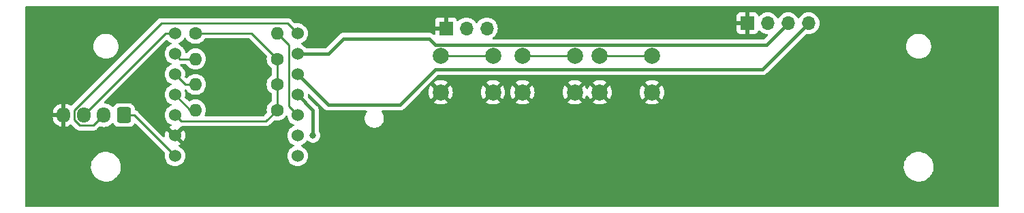
<source format=gbr>
%TF.GenerationSoftware,KiCad,Pcbnew,7.0.9*%
%TF.CreationDate,2024-10-29T13:49:45+09:00*%
%TF.ProjectId,02-top,30322d74-6f70-42e6-9b69-6361645f7063,rev?*%
%TF.SameCoordinates,Original*%
%TF.FileFunction,Copper,L2,Bot*%
%TF.FilePolarity,Positive*%
%FSLAX46Y46*%
G04 Gerber Fmt 4.6, Leading zero omitted, Abs format (unit mm)*
G04 Created by KiCad (PCBNEW 7.0.9) date 2024-10-29 13:49:45*
%MOMM*%
%LPD*%
G01*
G04 APERTURE LIST*
G04 Aperture macros list*
%AMRoundRect*
0 Rectangle with rounded corners*
0 $1 Rounding radius*
0 $2 $3 $4 $5 $6 $7 $8 $9 X,Y pos of 4 corners*
0 Add a 4 corners polygon primitive as box body*
4,1,4,$2,$3,$4,$5,$6,$7,$8,$9,$2,$3,0*
0 Add four circle primitives for the rounded corners*
1,1,$1+$1,$2,$3*
1,1,$1+$1,$4,$5*
1,1,$1+$1,$6,$7*
1,1,$1+$1,$8,$9*
0 Add four rect primitives between the rounded corners*
20,1,$1+$1,$2,$3,$4,$5,0*
20,1,$1+$1,$4,$5,$6,$7,0*
20,1,$1+$1,$6,$7,$8,$9,0*
20,1,$1+$1,$8,$9,$2,$3,0*%
G04 Aperture macros list end*
%TA.AperFunction,ComponentPad*%
%ADD10RoundRect,0.250000X0.600000X0.725000X-0.600000X0.725000X-0.600000X-0.725000X0.600000X-0.725000X0*%
%TD*%
%TA.AperFunction,ComponentPad*%
%ADD11O,1.700000X1.950000*%
%TD*%
%TA.AperFunction,ComponentPad*%
%ADD12C,2.000000*%
%TD*%
%TA.AperFunction,ComponentPad*%
%ADD13R,1.700000X1.700000*%
%TD*%
%TA.AperFunction,ComponentPad*%
%ADD14O,1.700000X1.700000*%
%TD*%
%TA.AperFunction,ComponentPad*%
%ADD15C,1.524000*%
%TD*%
%TA.AperFunction,ComponentPad*%
%ADD16C,1.600000*%
%TD*%
%TA.AperFunction,ComponentPad*%
%ADD17O,1.600000X1.600000*%
%TD*%
%TA.AperFunction,ViaPad*%
%ADD18C,0.800000*%
%TD*%
%TA.AperFunction,Conductor*%
%ADD19C,0.400000*%
%TD*%
%TA.AperFunction,Conductor*%
%ADD20C,0.250000*%
%TD*%
G04 APERTURE END LIST*
D10*
%TO.P,J1,1,Pin_1*%
%TO.N,+5V*%
X35560000Y-64770000D03*
D11*
%TO.P,J1,2,Pin_2*%
%TO.N,UART5_RX*%
X33060000Y-64770000D03*
%TO.P,J1,3,Pin_3*%
%TO.N,UART5_TX*%
X30560000Y-64770000D03*
%TO.P,J1,4,Pin_4*%
%TO.N,GND*%
X28060000Y-64770000D03*
%TD*%
D12*
%TO.P,SW3,1,1*%
%TO.N,SW3*%
X101190000Y-57440000D03*
X94690000Y-57440000D03*
%TO.P,SW3,2,2*%
%TO.N,GND*%
X101190000Y-61940000D03*
X94690000Y-61940000D03*
%TD*%
%TO.P,SW2,1,1*%
%TO.N,SW2*%
X91590000Y-57440000D03*
X85090000Y-57440000D03*
%TO.P,SW2,2,2*%
%TO.N,GND*%
X91590000Y-61940000D03*
X85090000Y-61940000D03*
%TD*%
%TO.P,SW1,1,1*%
%TO.N,SW1*%
X81430000Y-57440000D03*
X74930000Y-57440000D03*
%TO.P,SW1,2,2*%
%TO.N,GND*%
X81430000Y-61940000D03*
X74930000Y-61940000D03*
%TD*%
D13*
%TO.P,J2,1,Pin_1*%
%TO.N,GND*%
X113040000Y-53340000D03*
D14*
%TO.P,J2,2,Pin_2*%
%TO.N,+3V3*%
X115580000Y-53340000D03*
%TO.P,J2,3,Pin_3*%
%TO.N,I2C_SCL*%
X118120000Y-53340000D03*
%TO.P,J2,4,Pin_4*%
%TO.N,I2C_SDA*%
X120660000Y-53340000D03*
%TD*%
%TO.P,SW4,3,C*%
%TO.N,unconnected-(SW4-C-Pad3)*%
X80660000Y-53975000D03*
%TO.P,SW4,2,B*%
%TO.N,SW*%
X78120000Y-53975000D03*
D13*
%TO.P,SW4,1,A*%
%TO.N,GND*%
X75580000Y-53975000D03*
%TD*%
D15*
%TO.P,U1,1,D0*%
%TO.N,unconnected-(U1-D0-Pad1)*%
X57150000Y-69850000D03*
%TO.P,U1,2,D1*%
%TO.N,unconnected-(U1-D1-Pad2)*%
X57150000Y-67310000D03*
%TO.P,U1,3,D2*%
%TO.N,SW*%
X57150000Y-64770000D03*
%TO.P,U1,4,D3*%
%TO.N,WS2812B*%
X57150000Y-62230000D03*
%TO.P,U1,5,D4*%
%TO.N,I2C_SDA*%
X57150000Y-59690000D03*
%TO.P,U1,6,D5*%
%TO.N,I2C_SCL*%
X57150000Y-57150000D03*
%TO.P,U1,7,D6*%
%TO.N,UART5_RX*%
X57150000Y-54610000D03*
%TO.P,U1,8,D7*%
%TO.N,UART5_TX*%
X41910000Y-54610000D03*
%TO.P,U1,9,D8*%
%TO.N,SW3*%
X41910000Y-57150000D03*
%TO.P,U1,10,D9*%
%TO.N,SW2*%
X41910000Y-59690000D03*
%TO.P,U1,11,D10*%
%TO.N,SW1*%
X41910000Y-62230000D03*
%TO.P,U1,12,3V3*%
%TO.N,+3V3*%
X41910000Y-64770000D03*
%TO.P,U1,13,GND*%
%TO.N,GND*%
X41910000Y-67310000D03*
%TO.P,U1,14,5V*%
%TO.N,+5V*%
X41910000Y-69850000D03*
%TD*%
D16*
%TO.P,R1,1*%
%TO.N,+3V3*%
X54610000Y-64135000D03*
D17*
%TO.P,R1,2*%
%TO.N,SW1*%
X44450000Y-64135000D03*
%TD*%
D16*
%TO.P,R3,1*%
%TO.N,+3V3*%
X54610000Y-57785000D03*
D17*
%TO.P,R3,2*%
%TO.N,SW3*%
X44450000Y-57785000D03*
%TD*%
D16*
%TO.P,R2,1*%
%TO.N,+3V3*%
X54610000Y-60960000D03*
D17*
%TO.P,R2,2*%
%TO.N,SW2*%
X44450000Y-60960000D03*
%TD*%
D16*
%TO.P,R4,1*%
%TO.N,+3V3*%
X44450000Y-54610000D03*
D17*
%TO.P,R4,2*%
%TO.N,SW*%
X54610000Y-54610000D03*
%TD*%
D18*
%TO.N,GND*%
X84455000Y-52070000D03*
X82550000Y-53975000D03*
X75565000Y-52070000D03*
%TO.N,WS2812B*%
X59055000Y-67310000D03*
%TO.N,GND*%
X37465000Y-63500000D03*
X38735000Y-58420000D03*
X141605000Y-53340000D03*
X141605000Y-71120000D03*
X24765000Y-74930000D03*
X71755000Y-53975000D03*
X39370000Y-65405000D03*
X43180000Y-71755000D03*
X102235000Y-71120000D03*
X100330000Y-68580000D03*
X100330000Y-73660000D03*
X93980000Y-68580000D03*
X86360000Y-68580000D03*
X82550000Y-68580000D03*
X78105000Y-68580000D03*
X70485000Y-68580000D03*
X74930000Y-68580000D03*
X67310000Y-68580000D03*
X63500000Y-68580000D03*
X63500000Y-73660000D03*
X67310000Y-73025000D03*
X74295000Y-73025000D03*
X82550000Y-73025000D03*
X90170000Y-72390000D03*
X97155000Y-72390000D03*
X93345000Y-71120000D03*
X85725000Y-71120000D03*
X78105000Y-71120000D03*
X70485000Y-71120000D03*
X63500000Y-71120000D03*
X24765000Y-52705000D03*
X52070000Y-57785000D03*
X114935000Y-60960000D03*
X107315000Y-53340000D03*
%TD*%
D19*
%TO.N,GND*%
X75580000Y-53975000D02*
X71755000Y-53975000D01*
X75580000Y-52085000D02*
X75565000Y-52070000D01*
X75580000Y-53975000D02*
X75580000Y-52085000D01*
%TO.N,WS2812B*%
X59055000Y-64135000D02*
X57150000Y-62230000D01*
X59055000Y-67310000D02*
X59055000Y-64135000D01*
%TO.N,I2C_SCL*%
X73492063Y-55245000D02*
X62865000Y-55245000D01*
X60960000Y-57150000D02*
X57150000Y-57150000D01*
X74287063Y-56040000D02*
X73492063Y-55245000D01*
X115420000Y-56040000D02*
X74287063Y-56040000D01*
X62865000Y-55245000D02*
X60960000Y-57150000D01*
X118120000Y-53340000D02*
X115420000Y-56040000D01*
%TO.N,I2C_SDA*%
X60960000Y-63500000D02*
X57150000Y-59690000D01*
X69850000Y-63500000D02*
X60960000Y-63500000D01*
X74295000Y-59055000D02*
X69850000Y-63500000D01*
X114945000Y-59055000D02*
X74295000Y-59055000D01*
X120660000Y-53340000D02*
X114945000Y-59055000D01*
D20*
%TO.N,SW3*%
X94690000Y-57440000D02*
X101190000Y-57440000D01*
%TO.N,SW2*%
X85090000Y-57440000D02*
X91590000Y-57440000D01*
%TO.N,SW1*%
X74930000Y-57440000D02*
X81430000Y-57440000D01*
%TO.N,UART5_RX*%
X55880000Y-53340000D02*
X57150000Y-54610000D01*
X29385000Y-65381701D02*
X29385000Y-64158299D01*
X29385000Y-64158299D02*
X40203299Y-53340000D01*
X40203299Y-53340000D02*
X55880000Y-53340000D01*
X30073299Y-66070000D02*
X29385000Y-65381701D01*
X31760000Y-66070000D02*
X30073299Y-66070000D01*
X33060000Y-64770000D02*
X31760000Y-66070000D01*
%TO.N,UART5_TX*%
X40720000Y-54610000D02*
X41910000Y-54610000D01*
X30560000Y-64770000D02*
X40720000Y-54610000D01*
%TO.N,+3V3*%
X42671999Y-65531999D02*
X41910000Y-64770000D01*
X53213001Y-65531999D02*
X42671999Y-65531999D01*
X54610000Y-64135000D02*
X53213001Y-65531999D01*
%TO.N,+5V*%
X36830000Y-64770000D02*
X41910000Y-69850000D01*
X35560000Y-64770000D02*
X36830000Y-64770000D01*
%TO.N,+3V3*%
X54610000Y-57785000D02*
X54610000Y-64135000D01*
X51435000Y-54610000D02*
X54610000Y-57785000D01*
X44450000Y-54610000D02*
X51435000Y-54610000D01*
%TO.N,SW*%
X56063000Y-63683000D02*
X57150000Y-64770000D01*
X56063000Y-56063000D02*
X56063000Y-63683000D01*
X54610000Y-54610000D02*
X56063000Y-56063000D01*
%TO.N,SW3*%
X42545000Y-57785000D02*
X41910000Y-57150000D01*
X44450000Y-57785000D02*
X42545000Y-57785000D01*
%TO.N,SW2*%
X43180000Y-60960000D02*
X41910000Y-59690000D01*
X44450000Y-60960000D02*
X43180000Y-60960000D01*
%TO.N,SW1*%
X43815000Y-64135000D02*
X44450000Y-64135000D01*
X41910000Y-62230000D02*
X43815000Y-64135000D01*
%TD*%
%TA.AperFunction,Conductor*%
%TO.N,GND*%
G36*
X40907905Y-55409197D02*
G01*
X40952252Y-55437698D01*
X41095378Y-55580824D01*
X41095384Y-55580829D01*
X41276333Y-55707531D01*
X41276335Y-55707532D01*
X41276338Y-55707534D01*
X41347178Y-55740567D01*
X41405189Y-55767618D01*
X41457628Y-55813790D01*
X41476780Y-55880984D01*
X41456564Y-55947865D01*
X41405189Y-55992382D01*
X41276340Y-56052465D01*
X41276338Y-56052466D01*
X41095377Y-56179175D01*
X40939175Y-56335377D01*
X40812466Y-56516338D01*
X40812465Y-56516340D01*
X40719107Y-56716548D01*
X40719104Y-56716554D01*
X40661930Y-56929929D01*
X40661929Y-56929937D01*
X40642677Y-57149997D01*
X40642677Y-57150002D01*
X40661929Y-57370062D01*
X40661930Y-57370070D01*
X40719104Y-57583445D01*
X40719105Y-57583447D01*
X40719106Y-57583450D01*
X40783660Y-57721887D01*
X40812466Y-57783662D01*
X40812468Y-57783666D01*
X40939170Y-57964615D01*
X40939175Y-57964621D01*
X41095378Y-58120824D01*
X41095384Y-58120829D01*
X41276333Y-58247531D01*
X41276335Y-58247532D01*
X41276338Y-58247534D01*
X41381887Y-58296752D01*
X41405189Y-58307618D01*
X41457628Y-58353790D01*
X41476780Y-58420984D01*
X41456564Y-58487865D01*
X41405189Y-58532382D01*
X41276340Y-58592465D01*
X41276338Y-58592466D01*
X41095377Y-58719175D01*
X40939175Y-58875377D01*
X40812466Y-59056338D01*
X40812465Y-59056340D01*
X40719107Y-59256548D01*
X40719104Y-59256554D01*
X40661930Y-59469929D01*
X40661929Y-59469937D01*
X40642677Y-59689997D01*
X40642677Y-59690002D01*
X40661929Y-59910062D01*
X40661930Y-59910070D01*
X40719104Y-60123445D01*
X40719105Y-60123447D01*
X40719106Y-60123450D01*
X40803639Y-60304733D01*
X40812466Y-60323662D01*
X40812468Y-60323666D01*
X40939170Y-60504615D01*
X40939175Y-60504621D01*
X41095378Y-60660824D01*
X41095384Y-60660829D01*
X41276333Y-60787531D01*
X41276335Y-60787532D01*
X41276338Y-60787534D01*
X41395748Y-60843215D01*
X41405189Y-60847618D01*
X41457628Y-60893790D01*
X41476780Y-60960984D01*
X41456564Y-61027865D01*
X41405189Y-61072382D01*
X41276340Y-61132465D01*
X41276338Y-61132466D01*
X41095377Y-61259175D01*
X40939175Y-61415377D01*
X40812466Y-61596338D01*
X40812465Y-61596340D01*
X40719107Y-61796548D01*
X40719104Y-61796554D01*
X40661930Y-62009929D01*
X40661929Y-62009937D01*
X40642677Y-62229997D01*
X40642677Y-62230002D01*
X40661929Y-62450062D01*
X40661930Y-62450070D01*
X40719104Y-62663445D01*
X40719105Y-62663447D01*
X40719106Y-62663450D01*
X40782547Y-62799500D01*
X40812466Y-62863662D01*
X40812468Y-62863666D01*
X40939170Y-63044615D01*
X40939175Y-63044621D01*
X41095378Y-63200824D01*
X41095384Y-63200829D01*
X41276333Y-63327531D01*
X41276335Y-63327532D01*
X41276338Y-63327534D01*
X41370774Y-63371570D01*
X41405189Y-63387618D01*
X41457628Y-63433790D01*
X41476780Y-63500984D01*
X41456564Y-63567865D01*
X41405189Y-63612382D01*
X41276340Y-63672465D01*
X41276338Y-63672466D01*
X41095377Y-63799175D01*
X40939175Y-63955377D01*
X40812466Y-64136338D01*
X40812465Y-64136340D01*
X40719107Y-64336548D01*
X40719104Y-64336554D01*
X40661930Y-64549929D01*
X40661929Y-64549937D01*
X40642677Y-64769997D01*
X40642677Y-64770002D01*
X40661929Y-64990062D01*
X40661930Y-64990070D01*
X40719104Y-65203445D01*
X40719105Y-65203447D01*
X40719106Y-65203450D01*
X40748072Y-65265567D01*
X40812466Y-65403662D01*
X40812468Y-65403666D01*
X40939170Y-65584615D01*
X40939175Y-65584621D01*
X41095378Y-65740824D01*
X41095384Y-65740829D01*
X41276333Y-65867531D01*
X41276335Y-65867532D01*
X41276338Y-65867534D01*
X41390431Y-65920736D01*
X41405781Y-65927894D01*
X41458220Y-65974066D01*
X41477372Y-66041260D01*
X41457156Y-66108141D01*
X41405781Y-66152658D01*
X41276586Y-66212903D01*
X41211812Y-66258257D01*
X41211811Y-66258258D01*
X41882554Y-66929000D01*
X41878431Y-66929000D01*
X41784579Y-66944661D01*
X41672749Y-67005180D01*
X41586629Y-67098731D01*
X41535552Y-67215177D01*
X41529894Y-67283447D01*
X40858258Y-66611811D01*
X40858257Y-66611812D01*
X40812903Y-66676586D01*
X40719579Y-66876720D01*
X40719575Y-66876729D01*
X40662426Y-67090013D01*
X40662424Y-67090023D01*
X40643179Y-67309999D01*
X40643179Y-67310003D01*
X40650742Y-67396456D01*
X40636975Y-67464955D01*
X40588359Y-67515138D01*
X40520331Y-67531071D01*
X40454487Y-67507695D01*
X40439533Y-67494943D01*
X39447452Y-66502862D01*
X37330803Y-64386212D01*
X37320980Y-64373950D01*
X37320759Y-64374134D01*
X37315786Y-64368123D01*
X37300362Y-64353639D01*
X37265364Y-64320773D01*
X37254145Y-64309554D01*
X37244475Y-64299883D01*
X37238986Y-64295625D01*
X37234561Y-64291847D01*
X37200582Y-64259938D01*
X37200580Y-64259936D01*
X37200577Y-64259935D01*
X37183029Y-64250288D01*
X37166763Y-64239604D01*
X37150933Y-64227325D01*
X37108168Y-64208818D01*
X37102922Y-64206248D01*
X37062093Y-64183803D01*
X37062092Y-64183802D01*
X37042693Y-64178822D01*
X37024281Y-64172518D01*
X37005894Y-64164560D01*
X36999900Y-64162819D01*
X36941015Y-64125211D01*
X36911811Y-64061737D01*
X36910499Y-64043744D01*
X36910499Y-63994998D01*
X36910498Y-63994981D01*
X36899999Y-63892203D01*
X36899998Y-63892200D01*
X36896887Y-63882813D01*
X36844814Y-63725666D01*
X36752712Y-63576344D01*
X36628656Y-63452288D01*
X36497786Y-63371567D01*
X36479336Y-63360187D01*
X36479331Y-63360185D01*
X36477862Y-63359698D01*
X36312797Y-63305001D01*
X36312795Y-63305000D01*
X36210010Y-63294500D01*
X34909998Y-63294500D01*
X34909981Y-63294501D01*
X34807203Y-63305000D01*
X34807200Y-63305001D01*
X34640668Y-63360185D01*
X34640663Y-63360187D01*
X34491342Y-63452289D01*
X34367289Y-63576342D01*
X34271821Y-63731121D01*
X34219873Y-63777845D01*
X34150910Y-63789068D01*
X34086828Y-63761224D01*
X34078601Y-63753705D01*
X33931402Y-63606506D01*
X33931395Y-63606501D01*
X33917733Y-63596935D01*
X33888324Y-63576342D01*
X33737834Y-63470967D01*
X33737830Y-63470965D01*
X33688073Y-63447763D01*
X33523663Y-63371097D01*
X33523659Y-63371096D01*
X33523655Y-63371094D01*
X33295413Y-63309938D01*
X33295404Y-63309936D01*
X33200993Y-63301676D01*
X33135925Y-63276223D01*
X33094947Y-63219632D01*
X33091070Y-63149870D01*
X33124119Y-63090469D01*
X40776892Y-55437696D01*
X40838213Y-55404213D01*
X40907905Y-55409197D01*
G37*
%TD.AperFunction*%
%TA.AperFunction,Conductor*%
G36*
X43226900Y-55108391D02*
G01*
X43271416Y-55159765D01*
X43307899Y-55238001D01*
X43319431Y-55262732D01*
X43319432Y-55262734D01*
X43449954Y-55449141D01*
X43610858Y-55610045D01*
X43610861Y-55610047D01*
X43797266Y-55740568D01*
X44003504Y-55836739D01*
X44223308Y-55895635D01*
X44380791Y-55909413D01*
X44449998Y-55915468D01*
X44450000Y-55915468D01*
X44450002Y-55915468D01*
X44506673Y-55910509D01*
X44676692Y-55895635D01*
X44896496Y-55836739D01*
X45102734Y-55740568D01*
X45289139Y-55610047D01*
X45450047Y-55449139D01*
X45562613Y-55288377D01*
X45617189Y-55244752D01*
X45664188Y-55235500D01*
X51124548Y-55235500D01*
X51191587Y-55255185D01*
X51212229Y-55271819D01*
X53310586Y-57370177D01*
X53344071Y-57431500D01*
X53342680Y-57489949D01*
X53324367Y-57558296D01*
X53324364Y-57558313D01*
X53304532Y-57784999D01*
X53304532Y-57785001D01*
X53324364Y-58011686D01*
X53324366Y-58011697D01*
X53383258Y-58231488D01*
X53383261Y-58231497D01*
X53479431Y-58437732D01*
X53479432Y-58437734D01*
X53609954Y-58624141D01*
X53770858Y-58785045D01*
X53931623Y-58897613D01*
X53975248Y-58952189D01*
X53984500Y-58999188D01*
X53984500Y-59745811D01*
X53964815Y-59812850D01*
X53931623Y-59847386D01*
X53770859Y-59959953D01*
X53609954Y-60120858D01*
X53479432Y-60307265D01*
X53479431Y-60307267D01*
X53383261Y-60513502D01*
X53383258Y-60513511D01*
X53324366Y-60733302D01*
X53324364Y-60733313D01*
X53304532Y-60959998D01*
X53304532Y-60960001D01*
X53324364Y-61186686D01*
X53324366Y-61186697D01*
X53383258Y-61406488D01*
X53383261Y-61406497D01*
X53479431Y-61612732D01*
X53479432Y-61612734D01*
X53609954Y-61799141D01*
X53770858Y-61960045D01*
X53931623Y-62072613D01*
X53975248Y-62127189D01*
X53984500Y-62174188D01*
X53984500Y-62920811D01*
X53964815Y-62987850D01*
X53931623Y-63022386D01*
X53770859Y-63134953D01*
X53609954Y-63295858D01*
X53479432Y-63482265D01*
X53479431Y-63482267D01*
X53383261Y-63688502D01*
X53383258Y-63688511D01*
X53324366Y-63908302D01*
X53324364Y-63908313D01*
X53306486Y-64112660D01*
X53304532Y-64135000D01*
X53324364Y-64361686D01*
X53324365Y-64361691D01*
X53324366Y-64361697D01*
X53342680Y-64430048D01*
X53341017Y-64499897D01*
X53310586Y-64549821D01*
X52990227Y-64870181D01*
X52928906Y-64903665D01*
X52902548Y-64906499D01*
X45719828Y-64906499D01*
X45652789Y-64886814D01*
X45607034Y-64834010D01*
X45597090Y-64764852D01*
X45607446Y-64730094D01*
X45609680Y-64725303D01*
X45676739Y-64581496D01*
X45735635Y-64361692D01*
X45755468Y-64135000D01*
X45753513Y-64112659D01*
X45746123Y-64028183D01*
X45735635Y-63908308D01*
X45686697Y-63725668D01*
X45676741Y-63688511D01*
X45676738Y-63688502D01*
X45666745Y-63667072D01*
X45580568Y-63482266D01*
X45482839Y-63342693D01*
X45450045Y-63295858D01*
X45289141Y-63134954D01*
X45102734Y-63004432D01*
X45102732Y-63004431D01*
X44896497Y-62908261D01*
X44896488Y-62908258D01*
X44676697Y-62849366D01*
X44676693Y-62849365D01*
X44676692Y-62849365D01*
X44676691Y-62849364D01*
X44676686Y-62849364D01*
X44450002Y-62829532D01*
X44449998Y-62829532D01*
X44223313Y-62849364D01*
X44223302Y-62849366D01*
X44003511Y-62908258D01*
X44003502Y-62908261D01*
X43797263Y-63004433D01*
X43748250Y-63038752D01*
X43682044Y-63061079D01*
X43614277Y-63044067D01*
X43589447Y-63024857D01*
X43394122Y-62829532D01*
X43178386Y-62613795D01*
X43144901Y-62552472D01*
X43146293Y-62494018D01*
X43158069Y-62450072D01*
X43158069Y-62450070D01*
X43158070Y-62450068D01*
X43176835Y-62235574D01*
X43177323Y-62230002D01*
X43177323Y-62229997D01*
X43166677Y-62108312D01*
X43158070Y-62009932D01*
X43100894Y-61796550D01*
X43085506Y-61763552D01*
X43075016Y-61694475D01*
X43103537Y-61630691D01*
X43162014Y-61592452D01*
X43186223Y-61587699D01*
X43194196Y-61586945D01*
X43206589Y-61585775D01*
X43212423Y-61585500D01*
X43235812Y-61585500D01*
X43302851Y-61605185D01*
X43337387Y-61638377D01*
X43449954Y-61799141D01*
X43610858Y-61960045D01*
X43610861Y-61960047D01*
X43797266Y-62090568D01*
X44003504Y-62186739D01*
X44003509Y-62186740D01*
X44003511Y-62186741D01*
X44007232Y-62187738D01*
X44223308Y-62245635D01*
X44385230Y-62259801D01*
X44449998Y-62265468D01*
X44450000Y-62265468D01*
X44450002Y-62265468D01*
X44510716Y-62260156D01*
X44676692Y-62245635D01*
X44896496Y-62186739D01*
X45102734Y-62090568D01*
X45289139Y-61960047D01*
X45450047Y-61799139D01*
X45580568Y-61612734D01*
X45676739Y-61406496D01*
X45735635Y-61186692D01*
X45755468Y-60960000D01*
X45735635Y-60733308D01*
X45676739Y-60513504D01*
X45580568Y-60307266D01*
X45450049Y-60120864D01*
X45450045Y-60120858D01*
X45289141Y-59959954D01*
X45102734Y-59829432D01*
X45102732Y-59829431D01*
X44896497Y-59733261D01*
X44896488Y-59733258D01*
X44676697Y-59674366D01*
X44676693Y-59674365D01*
X44676692Y-59674365D01*
X44676691Y-59674364D01*
X44676686Y-59674364D01*
X44450002Y-59654532D01*
X44449998Y-59654532D01*
X44223313Y-59674364D01*
X44223302Y-59674366D01*
X44003511Y-59733258D01*
X44003502Y-59733261D01*
X43797267Y-59829431D01*
X43797265Y-59829432D01*
X43610862Y-59959951D01*
X43449951Y-60120863D01*
X43449950Y-60120864D01*
X43442251Y-60131859D01*
X43387671Y-60175480D01*
X43318172Y-60182668D01*
X43255820Y-60151141D01*
X43253000Y-60148409D01*
X43178386Y-60073795D01*
X43144901Y-60012472D01*
X43146293Y-59954018D01*
X43158069Y-59910072D01*
X43158069Y-59910070D01*
X43158070Y-59910068D01*
X43177323Y-59690000D01*
X43158070Y-59469932D01*
X43100894Y-59256550D01*
X43007534Y-59056339D01*
X42896394Y-58897613D01*
X42880827Y-58875381D01*
X42845078Y-58839632D01*
X42724620Y-58719174D01*
X42605941Y-58636074D01*
X42562318Y-58581498D01*
X42555125Y-58511999D01*
X42586647Y-58449645D01*
X42646877Y-58414231D01*
X42677066Y-58410500D01*
X43235812Y-58410500D01*
X43302851Y-58430185D01*
X43337387Y-58463377D01*
X43449954Y-58624141D01*
X43610858Y-58785045D01*
X43610861Y-58785047D01*
X43797266Y-58915568D01*
X44003504Y-59011739D01*
X44223308Y-59070635D01*
X44385230Y-59084801D01*
X44449998Y-59090468D01*
X44450000Y-59090468D01*
X44450002Y-59090468D01*
X44506673Y-59085509D01*
X44676692Y-59070635D01*
X44896496Y-59011739D01*
X45102734Y-58915568D01*
X45289139Y-58785047D01*
X45450047Y-58624139D01*
X45580568Y-58437734D01*
X45676739Y-58231496D01*
X45735635Y-58011692D01*
X45755468Y-57785000D01*
X45751519Y-57739868D01*
X45747264Y-57691225D01*
X45735635Y-57558308D01*
X45676739Y-57338504D01*
X45580568Y-57132266D01*
X45450047Y-56945861D01*
X45450045Y-56945858D01*
X45289141Y-56784954D01*
X45102734Y-56654432D01*
X45102732Y-56654431D01*
X44896497Y-56558261D01*
X44896488Y-56558258D01*
X44676697Y-56499366D01*
X44676693Y-56499365D01*
X44676692Y-56499365D01*
X44676691Y-56499364D01*
X44676686Y-56499364D01*
X44450002Y-56479532D01*
X44449998Y-56479532D01*
X44223313Y-56499364D01*
X44223302Y-56499366D01*
X44003511Y-56558258D01*
X44003502Y-56558261D01*
X43797267Y-56654431D01*
X43797265Y-56654432D01*
X43610858Y-56784954D01*
X43449953Y-56945859D01*
X43387138Y-57035570D01*
X43332561Y-57079195D01*
X43263063Y-57086389D01*
X43200708Y-57054866D01*
X43165294Y-56994636D01*
X43162035Y-56975254D01*
X43161069Y-56964217D01*
X43158070Y-56929932D01*
X43100894Y-56716550D01*
X43007534Y-56516339D01*
X42944180Y-56425859D01*
X42880827Y-56335381D01*
X42803093Y-56257647D01*
X42724620Y-56179174D01*
X42724616Y-56179171D01*
X42724615Y-56179170D01*
X42543666Y-56052468D01*
X42543658Y-56052464D01*
X42414811Y-55992382D01*
X42362371Y-55946210D01*
X42343219Y-55879017D01*
X42363435Y-55812135D01*
X42414811Y-55767618D01*
X42420802Y-55764824D01*
X42543662Y-55707534D01*
X42724620Y-55580826D01*
X42880826Y-55424620D01*
X43007534Y-55243662D01*
X43046654Y-55159767D01*
X43092826Y-55107328D01*
X43160019Y-55088176D01*
X43226900Y-55108391D01*
G37*
%TD.AperFunction*%
%TA.AperFunction,Conductor*%
G36*
X144262539Y-51220185D02*
G01*
X144308294Y-51272989D01*
X144319500Y-51324500D01*
X144319500Y-76075500D01*
X144299815Y-76142539D01*
X144247011Y-76188294D01*
X144195500Y-76199500D01*
X23444500Y-76199500D01*
X23377461Y-76179815D01*
X23331706Y-76127011D01*
X23320500Y-76075500D01*
X23320500Y-71267763D01*
X31465787Y-71267763D01*
X31495413Y-71537013D01*
X31495415Y-71537024D01*
X31563926Y-71799082D01*
X31563928Y-71799088D01*
X31669870Y-72048390D01*
X31741998Y-72166575D01*
X31810979Y-72279605D01*
X31810986Y-72279615D01*
X31984253Y-72487819D01*
X31984259Y-72487824D01*
X32185998Y-72668582D01*
X32411910Y-72818044D01*
X32657176Y-72933020D01*
X32657183Y-72933022D01*
X32657185Y-72933023D01*
X32916557Y-73011057D01*
X32916564Y-73011058D01*
X32916569Y-73011060D01*
X33184561Y-73050500D01*
X33184566Y-73050500D01*
X33387636Y-73050500D01*
X33439133Y-73046730D01*
X33590156Y-73035677D01*
X33702758Y-73010593D01*
X33854546Y-72976782D01*
X33854548Y-72976781D01*
X33854553Y-72976780D01*
X34107558Y-72880014D01*
X34343777Y-72747441D01*
X34558177Y-72581888D01*
X34746186Y-72386881D01*
X34903799Y-72166579D01*
X34977787Y-72022669D01*
X35027649Y-71925690D01*
X35027651Y-71925684D01*
X35027656Y-71925675D01*
X35115118Y-71669305D01*
X35164319Y-71402933D01*
X35169259Y-71267763D01*
X132465787Y-71267763D01*
X132495413Y-71537013D01*
X132495415Y-71537024D01*
X132563926Y-71799082D01*
X132563928Y-71799088D01*
X132669870Y-72048390D01*
X132741998Y-72166575D01*
X132810979Y-72279605D01*
X132810986Y-72279615D01*
X132984253Y-72487819D01*
X132984259Y-72487824D01*
X133185998Y-72668582D01*
X133411910Y-72818044D01*
X133657176Y-72933020D01*
X133657183Y-72933022D01*
X133657185Y-72933023D01*
X133916557Y-73011057D01*
X133916564Y-73011058D01*
X133916569Y-73011060D01*
X134184561Y-73050500D01*
X134184566Y-73050500D01*
X134387636Y-73050500D01*
X134439133Y-73046730D01*
X134590156Y-73035677D01*
X134702758Y-73010593D01*
X134854546Y-72976782D01*
X134854548Y-72976781D01*
X134854553Y-72976780D01*
X135107558Y-72880014D01*
X135343777Y-72747441D01*
X135558177Y-72581888D01*
X135746186Y-72386881D01*
X135903799Y-72166579D01*
X135977787Y-72022669D01*
X136027649Y-71925690D01*
X136027651Y-71925684D01*
X136027656Y-71925675D01*
X136115118Y-71669305D01*
X136164319Y-71402933D01*
X136174212Y-71132235D01*
X136144586Y-70862982D01*
X136076072Y-70600912D01*
X135970130Y-70351610D01*
X135829018Y-70120390D01*
X135739747Y-70013119D01*
X135655746Y-69912180D01*
X135655740Y-69912175D01*
X135454002Y-69731418D01*
X135228092Y-69581957D01*
X135111982Y-69527527D01*
X134982824Y-69466980D01*
X134982819Y-69466978D01*
X134982814Y-69466976D01*
X134723442Y-69388942D01*
X134723428Y-69388939D01*
X134607791Y-69371921D01*
X134455439Y-69349500D01*
X134252369Y-69349500D01*
X134252364Y-69349500D01*
X134049844Y-69364323D01*
X134049831Y-69364325D01*
X133785453Y-69423217D01*
X133785446Y-69423220D01*
X133532439Y-69519987D01*
X133296226Y-69652557D01*
X133081822Y-69818112D01*
X132893822Y-70013109D01*
X132893816Y-70013116D01*
X132736202Y-70233419D01*
X132736199Y-70233424D01*
X132612350Y-70474309D01*
X132612343Y-70474327D01*
X132524884Y-70730685D01*
X132524881Y-70730699D01*
X132475681Y-70997068D01*
X132475680Y-70997075D01*
X132465787Y-71267763D01*
X35169259Y-71267763D01*
X35174212Y-71132235D01*
X35144586Y-70862982D01*
X35076072Y-70600912D01*
X34970130Y-70351610D01*
X34829018Y-70120390D01*
X34739747Y-70013119D01*
X34655746Y-69912180D01*
X34655740Y-69912175D01*
X34454002Y-69731418D01*
X34228092Y-69581957D01*
X34111982Y-69527527D01*
X33982824Y-69466980D01*
X33982819Y-69466978D01*
X33982814Y-69466976D01*
X33723442Y-69388942D01*
X33723428Y-69388939D01*
X33607791Y-69371921D01*
X33455439Y-69349500D01*
X33252369Y-69349500D01*
X33252364Y-69349500D01*
X33049844Y-69364323D01*
X33049831Y-69364325D01*
X32785453Y-69423217D01*
X32785446Y-69423220D01*
X32532439Y-69519987D01*
X32296226Y-69652557D01*
X32081822Y-69818112D01*
X31893822Y-70013109D01*
X31893816Y-70013116D01*
X31736202Y-70233419D01*
X31736199Y-70233424D01*
X31612350Y-70474309D01*
X31612343Y-70474327D01*
X31524884Y-70730685D01*
X31524881Y-70730699D01*
X31475681Y-70997068D01*
X31475680Y-70997075D01*
X31465787Y-71267763D01*
X23320500Y-71267763D01*
X23320500Y-65020000D01*
X26715779Y-65020000D01*
X26725430Y-65130316D01*
X26725432Y-65130326D01*
X26786566Y-65358483D01*
X26786570Y-65358492D01*
X26886399Y-65572577D01*
X26886400Y-65572579D01*
X27021886Y-65766073D01*
X27021891Y-65766079D01*
X27188917Y-65933105D01*
X27382421Y-66068600D01*
X27596507Y-66168429D01*
X27596516Y-66168433D01*
X27810000Y-66225634D01*
X27810000Y-65178018D01*
X27924801Y-65230446D01*
X28026025Y-65245000D01*
X28093975Y-65245000D01*
X28195199Y-65230446D01*
X28310000Y-65178018D01*
X28310000Y-66225633D01*
X28523483Y-66168433D01*
X28523492Y-66168429D01*
X28737575Y-66068601D01*
X28916861Y-65943063D01*
X28983067Y-65920736D01*
X29050834Y-65937746D01*
X29075666Y-65956957D01*
X29572493Y-66453784D01*
X29582318Y-66466048D01*
X29582539Y-66465866D01*
X29587509Y-66471873D01*
X29587512Y-66471876D01*
X29587513Y-66471877D01*
X29637950Y-66519241D01*
X29658828Y-66540119D01*
X29664303Y-66544366D01*
X29668745Y-66548160D01*
X29702714Y-66580060D01*
X29702716Y-66580061D01*
X29702717Y-66580062D01*
X29720275Y-66589714D01*
X29736536Y-66600396D01*
X29752363Y-66612673D01*
X29795122Y-66631176D01*
X29800372Y-66633748D01*
X29841203Y-66656195D01*
X29841207Y-66656197D01*
X29841211Y-66656198D01*
X29860610Y-66661179D01*
X29879021Y-66667483D01*
X29897396Y-66675435D01*
X29897399Y-66675435D01*
X29897404Y-66675438D01*
X29943448Y-66682729D01*
X29949131Y-66683906D01*
X29994280Y-66695500D01*
X30014315Y-66695500D01*
X30033712Y-66697026D01*
X30053495Y-66700160D01*
X30099883Y-66695775D01*
X30105721Y-66695500D01*
X31677257Y-66695500D01*
X31692877Y-66697224D01*
X31692904Y-66696939D01*
X31700660Y-66697671D01*
X31700667Y-66697673D01*
X31769814Y-66695500D01*
X31799350Y-66695500D01*
X31806228Y-66694630D01*
X31812041Y-66694172D01*
X31858627Y-66692709D01*
X31877869Y-66687117D01*
X31896912Y-66683174D01*
X31916792Y-66680664D01*
X31960122Y-66663507D01*
X31965646Y-66661617D01*
X31969396Y-66660527D01*
X32010390Y-66648618D01*
X32027629Y-66638422D01*
X32045103Y-66629862D01*
X32063727Y-66622488D01*
X32063727Y-66622487D01*
X32063732Y-66622486D01*
X32101449Y-66595082D01*
X32106305Y-66591892D01*
X32146420Y-66568170D01*
X32160589Y-66553999D01*
X32175379Y-66541368D01*
X32191587Y-66529594D01*
X32221299Y-66493676D01*
X32225212Y-66489376D01*
X32505768Y-66208820D01*
X32567089Y-66175337D01*
X32625540Y-66176728D01*
X32686886Y-66193165D01*
X32824592Y-66230063D01*
X33012918Y-66246539D01*
X33059999Y-66250659D01*
X33060000Y-66250659D01*
X33060001Y-66250659D01*
X33099234Y-66247226D01*
X33295408Y-66230063D01*
X33523663Y-66168903D01*
X33737829Y-66069035D01*
X33931401Y-65933495D01*
X34078602Y-65786293D01*
X34139924Y-65752810D01*
X34209615Y-65757794D01*
X34265549Y-65799665D01*
X34271821Y-65808879D01*
X34294010Y-65844853D01*
X34367288Y-65963656D01*
X34491344Y-66087712D01*
X34640666Y-66179814D01*
X34807203Y-66234999D01*
X34909991Y-66245500D01*
X36210008Y-66245499D01*
X36312797Y-66234999D01*
X36479334Y-66179814D01*
X36628656Y-66087712D01*
X36752712Y-65963656D01*
X36817777Y-65858168D01*
X36869722Y-65811445D01*
X36938685Y-65800222D01*
X37002767Y-65828065D01*
X37010994Y-65835584D01*
X38850748Y-67675339D01*
X40641613Y-69466204D01*
X40675098Y-69527527D01*
X40673707Y-69585977D01*
X40661931Y-69629926D01*
X40661930Y-69629933D01*
X40642677Y-69849997D01*
X40642677Y-69850002D01*
X40661929Y-70070062D01*
X40661930Y-70070070D01*
X40719104Y-70283445D01*
X40719105Y-70283447D01*
X40719106Y-70283450D01*
X40808105Y-70474309D01*
X40812466Y-70483662D01*
X40812468Y-70483666D01*
X40939170Y-70664615D01*
X40939175Y-70664621D01*
X41095378Y-70820824D01*
X41095384Y-70820829D01*
X41276333Y-70947531D01*
X41276335Y-70947532D01*
X41276338Y-70947534D01*
X41476550Y-71040894D01*
X41689932Y-71098070D01*
X41847123Y-71111822D01*
X41909998Y-71117323D01*
X41910000Y-71117323D01*
X41910002Y-71117323D01*
X41965017Y-71112509D01*
X42130068Y-71098070D01*
X42343450Y-71040894D01*
X42543662Y-70947534D01*
X42724620Y-70820826D01*
X42880826Y-70664620D01*
X43007534Y-70483662D01*
X43100894Y-70283450D01*
X43158070Y-70070068D01*
X43177323Y-69850000D01*
X43158070Y-69629932D01*
X43100894Y-69416550D01*
X43007534Y-69216339D01*
X42880826Y-69035380D01*
X42724620Y-68879174D01*
X42724616Y-68879171D01*
X42724615Y-68879170D01*
X42543666Y-68752468D01*
X42543658Y-68752464D01*
X42414219Y-68692106D01*
X42361779Y-68645934D01*
X42342627Y-68578741D01*
X42362843Y-68511859D01*
X42414219Y-68467342D01*
X42543408Y-68407100D01*
X42543420Y-68407093D01*
X42608186Y-68361742D01*
X42608187Y-68361740D01*
X41937447Y-67691000D01*
X41941569Y-67691000D01*
X42035421Y-67675339D01*
X42147251Y-67614820D01*
X42233371Y-67521269D01*
X42284448Y-67404823D01*
X42290105Y-67336552D01*
X42961740Y-68008187D01*
X42961742Y-68008186D01*
X43007093Y-67943420D01*
X43007100Y-67943408D01*
X43100419Y-67743284D01*
X43100424Y-67743270D01*
X43157573Y-67529986D01*
X43157575Y-67529976D01*
X43176821Y-67310000D01*
X43176821Y-67309999D01*
X43157575Y-67090023D01*
X43157573Y-67090013D01*
X43100424Y-66876729D01*
X43100420Y-66876720D01*
X43007098Y-66676590D01*
X42961740Y-66611811D01*
X42294903Y-67278648D01*
X42294949Y-67278102D01*
X42263734Y-67154838D01*
X42194187Y-67048388D01*
X42093843Y-66970287D01*
X41973578Y-66929000D01*
X41937447Y-66929000D01*
X42620478Y-66245967D01*
X42624932Y-66223808D01*
X42673547Y-66173624D01*
X42734694Y-66157499D01*
X53130258Y-66157499D01*
X53145878Y-66159223D01*
X53145905Y-66158938D01*
X53153661Y-66159670D01*
X53153668Y-66159672D01*
X53222815Y-66157499D01*
X53252351Y-66157499D01*
X53259229Y-66156629D01*
X53265042Y-66156171D01*
X53311628Y-66154708D01*
X53330870Y-66149116D01*
X53349913Y-66145173D01*
X53369793Y-66142663D01*
X53413123Y-66125506D01*
X53418647Y-66123616D01*
X53422397Y-66122526D01*
X53463391Y-66110617D01*
X53480630Y-66100421D01*
X53498104Y-66091861D01*
X53516728Y-66084487D01*
X53516728Y-66084486D01*
X53516733Y-66084485D01*
X53554450Y-66057081D01*
X53559306Y-66053891D01*
X53599421Y-66030169D01*
X53613590Y-66015998D01*
X53628380Y-66003367D01*
X53644588Y-65991593D01*
X53674300Y-65955675D01*
X53678213Y-65951375D01*
X54195179Y-65434410D01*
X54256500Y-65400927D01*
X54314947Y-65402317D01*
X54383308Y-65420635D01*
X54540780Y-65434412D01*
X54609998Y-65440468D01*
X54610000Y-65440468D01*
X54610002Y-65440468D01*
X54679220Y-65434412D01*
X54836692Y-65420635D01*
X55056496Y-65361739D01*
X55262734Y-65265568D01*
X55449139Y-65135047D01*
X55610047Y-64974139D01*
X55672863Y-64884427D01*
X55727436Y-64840804D01*
X55796935Y-64833610D01*
X55859290Y-64865132D01*
X55894704Y-64925361D01*
X55897964Y-64944743D01*
X55901929Y-64990063D01*
X55901930Y-64990070D01*
X55959104Y-65203445D01*
X55959105Y-65203447D01*
X55959106Y-65203450D01*
X55988072Y-65265567D01*
X56052466Y-65403662D01*
X56052468Y-65403666D01*
X56179170Y-65584615D01*
X56179175Y-65584621D01*
X56335378Y-65740824D01*
X56335384Y-65740829D01*
X56516333Y-65867531D01*
X56516335Y-65867532D01*
X56516338Y-65867534D01*
X56630431Y-65920736D01*
X56645189Y-65927618D01*
X56697628Y-65973790D01*
X56716780Y-66040984D01*
X56696564Y-66107865D01*
X56645189Y-66152382D01*
X56516340Y-66212465D01*
X56516338Y-66212466D01*
X56335377Y-66339175D01*
X56179175Y-66495377D01*
X56052466Y-66676338D01*
X56052465Y-66676340D01*
X55959107Y-66876548D01*
X55959104Y-66876554D01*
X55901930Y-67089929D01*
X55901929Y-67089937D01*
X55882677Y-67309997D01*
X55882677Y-67310002D01*
X55901929Y-67530062D01*
X55901930Y-67530070D01*
X55959104Y-67743445D01*
X55959105Y-67743447D01*
X55959106Y-67743450D01*
X55992817Y-67815743D01*
X56052466Y-67943662D01*
X56052468Y-67943666D01*
X56179170Y-68124615D01*
X56179175Y-68124621D01*
X56335378Y-68280824D01*
X56335384Y-68280829D01*
X56516333Y-68407531D01*
X56516335Y-68407532D01*
X56516338Y-68407534D01*
X56635748Y-68463215D01*
X56645189Y-68467618D01*
X56697628Y-68513790D01*
X56716780Y-68580984D01*
X56696564Y-68647865D01*
X56645189Y-68692382D01*
X56516340Y-68752465D01*
X56516338Y-68752466D01*
X56335377Y-68879175D01*
X56179175Y-69035377D01*
X56052466Y-69216338D01*
X56052465Y-69216340D01*
X55959107Y-69416548D01*
X55959104Y-69416554D01*
X55901930Y-69629929D01*
X55901929Y-69629937D01*
X55882677Y-69849997D01*
X55882677Y-69850002D01*
X55901929Y-70070062D01*
X55901930Y-70070070D01*
X55959104Y-70283445D01*
X55959105Y-70283447D01*
X55959106Y-70283450D01*
X56048105Y-70474309D01*
X56052466Y-70483662D01*
X56052468Y-70483666D01*
X56179170Y-70664615D01*
X56179175Y-70664621D01*
X56335378Y-70820824D01*
X56335384Y-70820829D01*
X56516333Y-70947531D01*
X56516335Y-70947532D01*
X56516338Y-70947534D01*
X56716550Y-71040894D01*
X56929932Y-71098070D01*
X57087123Y-71111822D01*
X57149998Y-71117323D01*
X57150000Y-71117323D01*
X57150002Y-71117323D01*
X57205017Y-71112509D01*
X57370068Y-71098070D01*
X57583450Y-71040894D01*
X57783662Y-70947534D01*
X57964620Y-70820826D01*
X58120826Y-70664620D01*
X58247534Y-70483662D01*
X58340894Y-70283450D01*
X58398070Y-70070068D01*
X58417323Y-69850000D01*
X58398070Y-69629932D01*
X58340894Y-69416550D01*
X58247534Y-69216339D01*
X58120826Y-69035380D01*
X57964620Y-68879174D01*
X57964616Y-68879171D01*
X57964615Y-68879170D01*
X57783666Y-68752468D01*
X57783658Y-68752464D01*
X57654811Y-68692382D01*
X57602371Y-68646210D01*
X57583219Y-68579017D01*
X57603435Y-68512135D01*
X57654811Y-68467618D01*
X57660802Y-68464824D01*
X57783662Y-68407534D01*
X57964620Y-68280826D01*
X58120826Y-68124620D01*
X58230860Y-67967473D01*
X58285434Y-67923851D01*
X58354933Y-67916657D01*
X58417287Y-67948179D01*
X58424583Y-67955627D01*
X58449129Y-67982888D01*
X58602265Y-68094148D01*
X58602270Y-68094151D01*
X58775192Y-68171142D01*
X58775197Y-68171144D01*
X58960354Y-68210500D01*
X58960355Y-68210500D01*
X59149644Y-68210500D01*
X59149646Y-68210500D01*
X59334803Y-68171144D01*
X59507730Y-68094151D01*
X59660871Y-67982888D01*
X59787533Y-67842216D01*
X59882179Y-67678284D01*
X59940674Y-67498256D01*
X59960460Y-67310000D01*
X59940674Y-67121744D01*
X59882179Y-66941716D01*
X59787533Y-66777784D01*
X59787344Y-66777574D01*
X59787273Y-66777427D01*
X59783714Y-66772528D01*
X59784610Y-66771876D01*
X59757119Y-66714580D01*
X59755500Y-66694608D01*
X59755500Y-64158047D01*
X59755613Y-64154302D01*
X59759358Y-64092394D01*
X59748175Y-64031371D01*
X59747613Y-64027674D01*
X59743645Y-63994998D01*
X59740140Y-63966128D01*
X59736548Y-63956656D01*
X59730521Y-63935034D01*
X59728695Y-63925069D01*
X59703224Y-63868476D01*
X59701817Y-63865079D01*
X59679818Y-63807070D01*
X59679816Y-63807068D01*
X59679816Y-63807066D01*
X59674062Y-63798731D01*
X59663034Y-63779177D01*
X59658880Y-63769947D01*
X59652046Y-63761224D01*
X59620621Y-63721112D01*
X59618427Y-63718130D01*
X59583183Y-63667071D01*
X59536750Y-63625935D01*
X59534056Y-63623399D01*
X58435951Y-62525294D01*
X58402466Y-62463971D01*
X58400104Y-62426812D01*
X58416835Y-62235572D01*
X58442288Y-62170506D01*
X58498879Y-62129527D01*
X58568640Y-62125649D01*
X58628044Y-62158701D01*
X60448399Y-63979056D01*
X60450935Y-63981750D01*
X60492071Y-64028183D01*
X60543130Y-64063427D01*
X60546112Y-64065621D01*
X60594943Y-64103877D01*
X60594947Y-64103880D01*
X60594946Y-64103880D01*
X60604177Y-64108034D01*
X60623731Y-64119062D01*
X60632066Y-64124816D01*
X60632068Y-64124816D01*
X60632070Y-64124818D01*
X60690079Y-64146817D01*
X60693476Y-64148224D01*
X60729777Y-64164562D01*
X60750064Y-64173693D01*
X60750065Y-64173693D01*
X60750069Y-64173695D01*
X60760034Y-64175521D01*
X60781656Y-64181548D01*
X60781667Y-64181552D01*
X60791128Y-64185140D01*
X60836251Y-64190618D01*
X60852674Y-64192613D01*
X60856371Y-64193175D01*
X60917394Y-64204358D01*
X60974706Y-64200891D01*
X60979303Y-64200613D01*
X60983048Y-64200500D01*
X65654957Y-64200500D01*
X65721996Y-64220185D01*
X65767751Y-64272989D01*
X65777695Y-64342147D01*
X65753906Y-64399234D01*
X65740013Y-64417628D01*
X65736358Y-64422029D01*
X65723333Y-64436318D01*
X65723327Y-64436326D01*
X65713142Y-64452773D01*
X65709907Y-64457495D01*
X65658481Y-64525595D01*
X65620440Y-64601991D01*
X65617653Y-64606995D01*
X65607473Y-64623435D01*
X65607471Y-64623438D01*
X65600484Y-64641475D01*
X65598171Y-64646714D01*
X65560137Y-64723095D01*
X65536782Y-64805174D01*
X65534963Y-64810602D01*
X65527976Y-64828641D01*
X65524422Y-64847651D01*
X65523110Y-64853225D01*
X65499757Y-64935309D01*
X65491882Y-65020277D01*
X65491091Y-65025946D01*
X65487538Y-65044961D01*
X65487538Y-65064307D01*
X65487273Y-65070030D01*
X65479400Y-65154998D01*
X65479400Y-65155001D01*
X65487273Y-65239967D01*
X65487538Y-65245691D01*
X65487538Y-65265035D01*
X65491092Y-65284051D01*
X65491883Y-65289723D01*
X65499756Y-65374688D01*
X65523112Y-65456777D01*
X65524423Y-65462354D01*
X65527974Y-65481352D01*
X65527975Y-65481357D01*
X65534962Y-65499394D01*
X65536781Y-65504822D01*
X65556060Y-65572577D01*
X65559487Y-65584621D01*
X65560136Y-65586900D01*
X65560140Y-65586911D01*
X65598175Y-65663294D01*
X65600486Y-65668529D01*
X65607474Y-65686565D01*
X65617647Y-65702995D01*
X65617656Y-65703009D01*
X65620443Y-65708014D01*
X65658476Y-65784395D01*
X65658478Y-65784398D01*
X65658480Y-65784402D01*
X65670006Y-65799665D01*
X65709905Y-65852502D01*
X65713141Y-65857225D01*
X65719112Y-65866868D01*
X65723325Y-65873671D01*
X65723327Y-65873673D01*
X65723328Y-65873675D01*
X65736354Y-65887963D01*
X65740005Y-65892359D01*
X65791441Y-65960471D01*
X65854517Y-66017972D01*
X65858556Y-66022012D01*
X65871585Y-66036304D01*
X65887021Y-66047961D01*
X65891411Y-66051605D01*
X65954490Y-66109109D01*
X66027061Y-66154043D01*
X66031761Y-66157264D01*
X66047201Y-66168924D01*
X66047206Y-66168927D01*
X66064513Y-66177545D01*
X66069520Y-66180333D01*
X66142075Y-66225257D01*
X66221675Y-66256094D01*
X66226868Y-66258387D01*
X66244202Y-66267019D01*
X66262811Y-66272313D01*
X66268220Y-66274126D01*
X66347809Y-66304959D01*
X66431717Y-66320644D01*
X66437234Y-66321941D01*
X66455870Y-66327244D01*
X66475138Y-66329029D01*
X66480798Y-66329819D01*
X66564684Y-66345500D01*
X66564686Y-66345500D01*
X66650020Y-66345500D01*
X66655744Y-66345765D01*
X66674999Y-66347549D01*
X66675000Y-66347549D01*
X66675001Y-66347549D01*
X66694256Y-66345765D01*
X66699980Y-66345500D01*
X66785313Y-66345500D01*
X66785316Y-66345500D01*
X66869207Y-66329817D01*
X66874858Y-66329029D01*
X66894130Y-66327244D01*
X66912751Y-66321945D01*
X66918292Y-66320642D01*
X67002191Y-66304959D01*
X67081780Y-66274125D01*
X67087187Y-66272314D01*
X67092400Y-66270830D01*
X67105789Y-66267022D01*
X67105793Y-66267020D01*
X67105798Y-66267019D01*
X67123129Y-66258388D01*
X67128316Y-66256097D01*
X67207925Y-66225257D01*
X67280484Y-66180329D01*
X67285458Y-66177559D01*
X67302796Y-66168926D01*
X67318270Y-66157240D01*
X67322926Y-66154051D01*
X67395510Y-66109109D01*
X67458582Y-66051610D01*
X67462970Y-66047967D01*
X67478415Y-66036304D01*
X67491463Y-66021990D01*
X67495459Y-66017993D01*
X67558559Y-65960471D01*
X67610010Y-65892337D01*
X67613624Y-65887986D01*
X67626675Y-65873671D01*
X67636860Y-65857220D01*
X67640093Y-65852502D01*
X67691520Y-65784402D01*
X67729570Y-65707985D01*
X67732323Y-65703042D01*
X67742526Y-65686565D01*
X67749517Y-65668518D01*
X67751816Y-65663311D01*
X67789864Y-65586901D01*
X67813227Y-65504785D01*
X67815023Y-65499428D01*
X67822024Y-65481357D01*
X67825582Y-65462323D01*
X67826885Y-65456784D01*
X67850243Y-65374691D01*
X67858118Y-65289701D01*
X67858907Y-65284051D01*
X67862462Y-65265035D01*
X67863095Y-65237573D01*
X67863340Y-65233338D01*
X67870600Y-65155000D01*
X67863341Y-65076662D01*
X67863095Y-65072424D01*
X67862462Y-65044965D01*
X67858904Y-65025934D01*
X67858118Y-65020295D01*
X67850243Y-64935309D01*
X67826885Y-64853215D01*
X67825582Y-64847676D01*
X67822024Y-64828643D01*
X67815035Y-64810602D01*
X67813218Y-64805181D01*
X67803208Y-64770000D01*
X67789864Y-64723099D01*
X67751816Y-64646689D01*
X67749520Y-64641489D01*
X67742526Y-64623435D01*
X67732336Y-64606978D01*
X67729559Y-64601991D01*
X67691520Y-64525598D01*
X67640090Y-64457494D01*
X67636862Y-64452781D01*
X67626675Y-64436329D01*
X67613632Y-64422021D01*
X67609989Y-64417633D01*
X67598175Y-64401990D01*
X67596087Y-64399224D01*
X67571397Y-64333862D01*
X67585964Y-64265528D01*
X67635163Y-64215917D01*
X67695043Y-64200500D01*
X69826952Y-64200500D01*
X69830697Y-64200613D01*
X69835294Y-64200891D01*
X69892606Y-64204358D01*
X69930314Y-64197447D01*
X69953621Y-64193177D01*
X69957325Y-64192613D01*
X69975170Y-64190446D01*
X70018872Y-64185140D01*
X70028335Y-64181550D01*
X70049961Y-64175522D01*
X70050893Y-64175351D01*
X70059932Y-64173695D01*
X70116512Y-64148229D01*
X70119942Y-64146809D01*
X70177930Y-64124818D01*
X70186266Y-64119062D01*
X70205821Y-64108034D01*
X70215057Y-64103878D01*
X70263896Y-64065613D01*
X70266876Y-64063421D01*
X70317929Y-64028183D01*
X70359065Y-63981748D01*
X70361599Y-63979056D01*
X72400651Y-61940005D01*
X73424859Y-61940005D01*
X73445385Y-62187729D01*
X73445387Y-62187738D01*
X73506412Y-62428717D01*
X73606266Y-62656364D01*
X73706564Y-62809882D01*
X74404070Y-62112376D01*
X74406884Y-62125915D01*
X74476442Y-62260156D01*
X74579638Y-62370652D01*
X74708819Y-62449209D01*
X74760002Y-62463549D01*
X74059942Y-63163609D01*
X74106768Y-63200055D01*
X74106770Y-63200056D01*
X74325385Y-63318364D01*
X74325396Y-63318369D01*
X74560506Y-63399083D01*
X74805707Y-63440000D01*
X75054293Y-63440000D01*
X75299493Y-63399083D01*
X75534603Y-63318369D01*
X75534614Y-63318364D01*
X75753228Y-63200057D01*
X75753231Y-63200055D01*
X75800056Y-63163609D01*
X75101568Y-62465121D01*
X75218458Y-62414349D01*
X75335739Y-62318934D01*
X75422928Y-62195415D01*
X75453354Y-62109802D01*
X76153434Y-62809882D01*
X76253731Y-62656369D01*
X76353587Y-62428717D01*
X76414612Y-62187738D01*
X76414614Y-62187729D01*
X76435141Y-61940005D01*
X79924859Y-61940005D01*
X79945385Y-62187729D01*
X79945387Y-62187738D01*
X80006412Y-62428717D01*
X80106266Y-62656364D01*
X80206564Y-62809882D01*
X80904070Y-62112376D01*
X80906884Y-62125915D01*
X80976442Y-62260156D01*
X81079638Y-62370652D01*
X81208819Y-62449209D01*
X81260002Y-62463549D01*
X80559942Y-63163609D01*
X80606768Y-63200055D01*
X80606770Y-63200056D01*
X80825385Y-63318364D01*
X80825396Y-63318369D01*
X81060506Y-63399083D01*
X81305707Y-63440000D01*
X81554293Y-63440000D01*
X81799493Y-63399083D01*
X82034603Y-63318369D01*
X82034614Y-63318364D01*
X82253228Y-63200057D01*
X82253231Y-63200055D01*
X82300056Y-63163609D01*
X81601568Y-62465121D01*
X81718458Y-62414349D01*
X81835739Y-62318934D01*
X81922928Y-62195415D01*
X81953354Y-62109802D01*
X82653434Y-62809882D01*
X82753731Y-62656369D01*
X82853587Y-62428717D01*
X82914612Y-62187738D01*
X82914614Y-62187729D01*
X82935141Y-61940005D01*
X83584859Y-61940005D01*
X83605385Y-62187729D01*
X83605387Y-62187738D01*
X83666412Y-62428717D01*
X83766266Y-62656364D01*
X83866564Y-62809882D01*
X84564070Y-62112376D01*
X84566884Y-62125915D01*
X84636442Y-62260156D01*
X84739638Y-62370652D01*
X84868819Y-62449209D01*
X84920002Y-62463549D01*
X84219942Y-63163609D01*
X84266768Y-63200055D01*
X84266770Y-63200056D01*
X84485385Y-63318364D01*
X84485396Y-63318369D01*
X84720506Y-63399083D01*
X84965707Y-63440000D01*
X85214293Y-63440000D01*
X85459493Y-63399083D01*
X85694603Y-63318369D01*
X85694614Y-63318364D01*
X85913228Y-63200057D01*
X85913231Y-63200055D01*
X85960056Y-63163609D01*
X85261568Y-62465121D01*
X85378458Y-62414349D01*
X85495739Y-62318934D01*
X85582928Y-62195415D01*
X85613354Y-62109802D01*
X86313434Y-62809882D01*
X86413731Y-62656369D01*
X86513587Y-62428717D01*
X86574612Y-62187738D01*
X86574614Y-62187729D01*
X86595141Y-61940005D01*
X90084859Y-61940005D01*
X90105385Y-62187729D01*
X90105387Y-62187738D01*
X90166412Y-62428717D01*
X90266266Y-62656364D01*
X90366564Y-62809882D01*
X91064070Y-62112376D01*
X91066884Y-62125915D01*
X91136442Y-62260156D01*
X91239638Y-62370652D01*
X91368819Y-62449209D01*
X91420002Y-62463549D01*
X90719942Y-63163609D01*
X90766768Y-63200055D01*
X90766770Y-63200056D01*
X90985385Y-63318364D01*
X90985396Y-63318369D01*
X91220506Y-63399083D01*
X91465707Y-63440000D01*
X91714293Y-63440000D01*
X91959493Y-63399083D01*
X92194603Y-63318369D01*
X92194614Y-63318364D01*
X92413228Y-63200057D01*
X92413231Y-63200055D01*
X92460056Y-63163609D01*
X91761568Y-62465121D01*
X91878458Y-62414349D01*
X91995739Y-62318934D01*
X92082928Y-62195415D01*
X92113354Y-62109802D01*
X92813434Y-62809882D01*
X92913731Y-62656369D01*
X93013588Y-62428716D01*
X93019794Y-62404211D01*
X93055334Y-62344055D01*
X93117754Y-62312663D01*
X93187237Y-62320001D01*
X93241723Y-62363739D01*
X93260206Y-62404211D01*
X93266411Y-62428716D01*
X93366266Y-62656364D01*
X93466564Y-62809882D01*
X94164070Y-62112376D01*
X94166884Y-62125915D01*
X94236442Y-62260156D01*
X94339638Y-62370652D01*
X94468819Y-62449209D01*
X94520002Y-62463549D01*
X93819942Y-63163609D01*
X93866768Y-63200055D01*
X93866770Y-63200056D01*
X94085385Y-63318364D01*
X94085396Y-63318369D01*
X94320506Y-63399083D01*
X94565707Y-63440000D01*
X94814293Y-63440000D01*
X95059493Y-63399083D01*
X95294603Y-63318369D01*
X95294614Y-63318364D01*
X95513228Y-63200057D01*
X95513231Y-63200055D01*
X95560056Y-63163609D01*
X94861568Y-62465121D01*
X94978458Y-62414349D01*
X95095739Y-62318934D01*
X95182928Y-62195415D01*
X95213354Y-62109802D01*
X95913434Y-62809882D01*
X96013731Y-62656369D01*
X96113587Y-62428717D01*
X96174612Y-62187738D01*
X96174614Y-62187729D01*
X96195141Y-61940005D01*
X99684859Y-61940005D01*
X99705385Y-62187729D01*
X99705387Y-62187738D01*
X99766412Y-62428717D01*
X99866266Y-62656364D01*
X99966564Y-62809882D01*
X100664070Y-62112376D01*
X100666884Y-62125915D01*
X100736442Y-62260156D01*
X100839638Y-62370652D01*
X100968819Y-62449209D01*
X101020002Y-62463549D01*
X100319942Y-63163609D01*
X100366768Y-63200055D01*
X100366770Y-63200056D01*
X100585385Y-63318364D01*
X100585396Y-63318369D01*
X100820506Y-63399083D01*
X101065707Y-63440000D01*
X101314293Y-63440000D01*
X101559493Y-63399083D01*
X101794603Y-63318369D01*
X101794614Y-63318364D01*
X102013228Y-63200057D01*
X102013231Y-63200055D01*
X102060056Y-63163609D01*
X101361568Y-62465121D01*
X101478458Y-62414349D01*
X101595739Y-62318934D01*
X101682928Y-62195415D01*
X101713354Y-62109802D01*
X102413434Y-62809882D01*
X102513731Y-62656369D01*
X102613587Y-62428717D01*
X102674612Y-62187738D01*
X102674614Y-62187729D01*
X102695141Y-61940005D01*
X102695141Y-61939994D01*
X102674614Y-61692270D01*
X102674612Y-61692261D01*
X102613587Y-61451282D01*
X102513731Y-61223630D01*
X102413434Y-61070116D01*
X101715929Y-61767622D01*
X101713116Y-61754085D01*
X101643558Y-61619844D01*
X101540362Y-61509348D01*
X101411181Y-61430791D01*
X101359997Y-61416450D01*
X102060057Y-60716390D01*
X102060056Y-60716389D01*
X102013229Y-60679943D01*
X101794614Y-60561635D01*
X101794603Y-60561630D01*
X101559493Y-60480916D01*
X101314293Y-60440000D01*
X101065707Y-60440000D01*
X100820506Y-60480916D01*
X100585396Y-60561630D01*
X100585390Y-60561632D01*
X100366761Y-60679949D01*
X100319942Y-60716388D01*
X100319942Y-60716390D01*
X101018431Y-61414878D01*
X100901542Y-61465651D01*
X100784261Y-61561066D01*
X100697072Y-61684585D01*
X100666645Y-61770197D01*
X99966564Y-61070116D01*
X99866267Y-61223632D01*
X99766412Y-61451282D01*
X99705387Y-61692261D01*
X99705385Y-61692270D01*
X99684859Y-61939994D01*
X99684859Y-61940005D01*
X96195141Y-61940005D01*
X96195141Y-61939994D01*
X96174614Y-61692270D01*
X96174612Y-61692261D01*
X96113587Y-61451282D01*
X96013731Y-61223630D01*
X95913434Y-61070116D01*
X95215929Y-61767622D01*
X95213116Y-61754085D01*
X95143558Y-61619844D01*
X95040362Y-61509348D01*
X94911181Y-61430791D01*
X94859997Y-61416450D01*
X95560057Y-60716390D01*
X95560056Y-60716389D01*
X95513229Y-60679943D01*
X95294614Y-60561635D01*
X95294603Y-60561630D01*
X95059493Y-60480916D01*
X94814293Y-60440000D01*
X94565707Y-60440000D01*
X94320506Y-60480916D01*
X94085396Y-60561630D01*
X94085390Y-60561632D01*
X93866761Y-60679949D01*
X93819942Y-60716388D01*
X93819942Y-60716390D01*
X94518431Y-61414878D01*
X94401542Y-61465651D01*
X94284261Y-61561066D01*
X94197072Y-61684585D01*
X94166645Y-61770197D01*
X93466564Y-61070116D01*
X93366267Y-61223632D01*
X93266411Y-61451284D01*
X93266408Y-61451292D01*
X93260205Y-61475789D01*
X93224666Y-61535944D01*
X93162245Y-61567336D01*
X93092762Y-61559998D01*
X93038277Y-61516259D01*
X93019795Y-61475789D01*
X93013591Y-61451292D01*
X93013588Y-61451284D01*
X92913731Y-61223630D01*
X92813434Y-61070116D01*
X92115929Y-61767622D01*
X92113116Y-61754085D01*
X92043558Y-61619844D01*
X91940362Y-61509348D01*
X91811181Y-61430791D01*
X91759997Y-61416450D01*
X92460057Y-60716390D01*
X92460056Y-60716389D01*
X92413229Y-60679943D01*
X92194614Y-60561635D01*
X92194603Y-60561630D01*
X91959493Y-60480916D01*
X91714293Y-60440000D01*
X91465707Y-60440000D01*
X91220506Y-60480916D01*
X90985396Y-60561630D01*
X90985390Y-60561632D01*
X90766761Y-60679949D01*
X90719942Y-60716388D01*
X90719942Y-60716390D01*
X91418431Y-61414878D01*
X91301542Y-61465651D01*
X91184261Y-61561066D01*
X91097072Y-61684585D01*
X91066645Y-61770197D01*
X90366564Y-61070116D01*
X90266267Y-61223632D01*
X90166412Y-61451282D01*
X90105387Y-61692261D01*
X90105385Y-61692270D01*
X90084859Y-61939994D01*
X90084859Y-61940005D01*
X86595141Y-61940005D01*
X86595141Y-61939994D01*
X86574614Y-61692270D01*
X86574612Y-61692261D01*
X86513587Y-61451282D01*
X86413731Y-61223630D01*
X86313434Y-61070116D01*
X85615929Y-61767622D01*
X85613116Y-61754085D01*
X85543558Y-61619844D01*
X85440362Y-61509348D01*
X85311181Y-61430791D01*
X85259997Y-61416450D01*
X85960057Y-60716390D01*
X85960056Y-60716389D01*
X85913229Y-60679943D01*
X85694614Y-60561635D01*
X85694603Y-60561630D01*
X85459493Y-60480916D01*
X85214293Y-60440000D01*
X84965707Y-60440000D01*
X84720506Y-60480916D01*
X84485396Y-60561630D01*
X84485390Y-60561632D01*
X84266761Y-60679949D01*
X84219942Y-60716388D01*
X84219942Y-60716390D01*
X84918431Y-61414878D01*
X84801542Y-61465651D01*
X84684261Y-61561066D01*
X84597072Y-61684585D01*
X84566645Y-61770197D01*
X83866564Y-61070116D01*
X83766267Y-61223632D01*
X83666412Y-61451282D01*
X83605387Y-61692261D01*
X83605385Y-61692270D01*
X83584859Y-61939994D01*
X83584859Y-61940005D01*
X82935141Y-61940005D01*
X82935141Y-61939994D01*
X82914614Y-61692270D01*
X82914612Y-61692261D01*
X82853587Y-61451282D01*
X82753731Y-61223630D01*
X82653434Y-61070116D01*
X81955929Y-61767622D01*
X81953116Y-61754085D01*
X81883558Y-61619844D01*
X81780362Y-61509348D01*
X81651181Y-61430791D01*
X81599997Y-61416450D01*
X82300057Y-60716390D01*
X82300056Y-60716389D01*
X82253229Y-60679943D01*
X82034614Y-60561635D01*
X82034603Y-60561630D01*
X81799493Y-60480916D01*
X81554293Y-60440000D01*
X81305707Y-60440000D01*
X81060506Y-60480916D01*
X80825396Y-60561630D01*
X80825390Y-60561632D01*
X80606761Y-60679949D01*
X80559942Y-60716388D01*
X80559942Y-60716390D01*
X81258431Y-61414878D01*
X81141542Y-61465651D01*
X81024261Y-61561066D01*
X80937072Y-61684585D01*
X80906645Y-61770197D01*
X80206564Y-61070116D01*
X80106267Y-61223632D01*
X80006412Y-61451282D01*
X79945387Y-61692261D01*
X79945385Y-61692270D01*
X79924859Y-61939994D01*
X79924859Y-61940005D01*
X76435141Y-61940005D01*
X76435141Y-61939994D01*
X76414614Y-61692270D01*
X76414612Y-61692261D01*
X76353587Y-61451282D01*
X76253731Y-61223630D01*
X76153434Y-61070116D01*
X75455929Y-61767622D01*
X75453116Y-61754085D01*
X75383558Y-61619844D01*
X75280362Y-61509348D01*
X75151181Y-61430791D01*
X75099997Y-61416450D01*
X75800057Y-60716390D01*
X75800056Y-60716389D01*
X75753229Y-60679943D01*
X75534614Y-60561635D01*
X75534603Y-60561630D01*
X75299493Y-60480916D01*
X75054293Y-60440000D01*
X74805707Y-60440000D01*
X74560506Y-60480916D01*
X74325396Y-60561630D01*
X74325390Y-60561632D01*
X74106761Y-60679949D01*
X74059942Y-60716388D01*
X74059942Y-60716390D01*
X74758431Y-61414878D01*
X74641542Y-61465651D01*
X74524261Y-61561066D01*
X74437072Y-61684585D01*
X74406645Y-61770197D01*
X73706564Y-61070116D01*
X73606267Y-61223632D01*
X73506412Y-61451282D01*
X73445387Y-61692261D01*
X73445385Y-61692270D01*
X73424859Y-61939994D01*
X73424859Y-61940005D01*
X72400651Y-61940005D01*
X74548838Y-59791819D01*
X74610161Y-59758334D01*
X74636519Y-59755500D01*
X114921952Y-59755500D01*
X114925697Y-59755613D01*
X114933042Y-59756057D01*
X114987606Y-59759358D01*
X115025314Y-59752447D01*
X115048621Y-59748177D01*
X115052325Y-59747613D01*
X115070170Y-59745446D01*
X115113872Y-59740140D01*
X115123335Y-59736550D01*
X115144961Y-59730522D01*
X115145893Y-59730351D01*
X115154932Y-59728695D01*
X115211512Y-59703229D01*
X115214942Y-59701809D01*
X115272930Y-59679818D01*
X115281266Y-59674062D01*
X115300821Y-59663034D01*
X115310057Y-59658878D01*
X115358896Y-59620613D01*
X115361876Y-59618421D01*
X115412929Y-59583183D01*
X115454065Y-59536748D01*
X115456599Y-59534056D01*
X118790655Y-56200000D01*
X132764706Y-56200000D01*
X132783853Y-56443297D01*
X132783853Y-56443300D01*
X132783854Y-56443302D01*
X132840827Y-56680609D01*
X132840830Y-56680619D01*
X132934222Y-56906089D01*
X133061737Y-57114173D01*
X133061738Y-57114176D01*
X133100449Y-57159500D01*
X133220241Y-57299759D01*
X133353710Y-57413752D01*
X133405823Y-57458261D01*
X133405825Y-57458261D01*
X133456376Y-57489239D01*
X133613911Y-57585777D01*
X133613910Y-57585777D01*
X133627542Y-57591423D01*
X133652044Y-57601572D01*
X133654258Y-57602555D01*
X133656127Y-57603263D01*
X133839388Y-57679172D01*
X133839389Y-57679172D01*
X133839391Y-57679173D01*
X133853134Y-57682472D01*
X133879260Y-57688744D01*
X133882017Y-57689474D01*
X133888057Y-57691223D01*
X133888061Y-57691225D01*
X133898290Y-57693313D01*
X134076698Y-57736146D01*
X134123995Y-57739868D01*
X134131542Y-57740932D01*
X134132864Y-57741202D01*
X134149414Y-57741868D01*
X134320000Y-57755294D01*
X134371386Y-57751249D01*
X134378730Y-57751109D01*
X134382514Y-57751262D01*
X134403293Y-57748738D01*
X134563302Y-57736146D01*
X134617465Y-57723142D01*
X134624439Y-57721887D01*
X134630544Y-57721146D01*
X134652268Y-57714853D01*
X134654972Y-57714137D01*
X134800612Y-57679172D01*
X134855940Y-57656254D01*
X134862404Y-57653987D01*
X134870532Y-57651633D01*
X134892788Y-57641072D01*
X134895497Y-57639869D01*
X135026089Y-57585777D01*
X135080830Y-57552231D01*
X135086604Y-57549104D01*
X135096261Y-57544523D01*
X135117464Y-57529886D01*
X135120241Y-57528080D01*
X135234179Y-57458259D01*
X135286309Y-57413735D01*
X135291306Y-57409892D01*
X135301885Y-57402591D01*
X135320901Y-57384324D01*
X135323493Y-57381976D01*
X135419759Y-57299759D01*
X135467157Y-57244262D01*
X135471349Y-57239817D01*
X135482079Y-57229512D01*
X135497953Y-57208386D01*
X135500325Y-57205427D01*
X135578259Y-57114179D01*
X135618786Y-57048044D01*
X135622044Y-57043252D01*
X135632176Y-57029770D01*
X135644315Y-57006639D01*
X135646306Y-57003136D01*
X135705777Y-56906089D01*
X135737238Y-56830133D01*
X135739601Y-56825088D01*
X135748288Y-56808537D01*
X135756346Y-56784399D01*
X135757846Y-56780381D01*
X135799172Y-56680612D01*
X135819488Y-56595990D01*
X135820947Y-56590894D01*
X135827408Y-56571543D01*
X135831343Y-56547326D01*
X135832229Y-56542918D01*
X135856146Y-56443302D01*
X135863361Y-56351623D01*
X135863973Y-56346547D01*
X135867487Y-56324926D01*
X135868146Y-56292153D01*
X135868324Y-56288560D01*
X135875294Y-56200000D01*
X135868323Y-56111433D01*
X135868146Y-56107842D01*
X135867487Y-56075074D01*
X135863972Y-56053446D01*
X135863360Y-56048367D01*
X135856146Y-55956698D01*
X135832239Y-55857123D01*
X135831335Y-55852620D01*
X135827408Y-55828457D01*
X135820955Y-55809129D01*
X135819482Y-55803987D01*
X135799172Y-55719388D01*
X135757858Y-55619648D01*
X135756335Y-55615568D01*
X135748288Y-55591463D01*
X135739609Y-55574927D01*
X135737238Y-55569867D01*
X135705777Y-55493911D01*
X135646308Y-55396867D01*
X135644308Y-55393346D01*
X135632176Y-55370230D01*
X135622066Y-55356776D01*
X135618766Y-55351923D01*
X135611153Y-55339500D01*
X135578259Y-55285821D01*
X135500341Y-55194591D01*
X135497944Y-55191601D01*
X135482079Y-55170488D01*
X135482076Y-55170485D01*
X135471354Y-55160186D01*
X135467156Y-55155735D01*
X135419759Y-55100241D01*
X135323513Y-55018039D01*
X135320885Y-55015659D01*
X135301885Y-54997409D01*
X135297219Y-54994188D01*
X135291333Y-54990125D01*
X135286287Y-54986245D01*
X135234179Y-54941741D01*
X135234170Y-54941734D01*
X135120273Y-54871938D01*
X135117450Y-54870101D01*
X135096264Y-54855478D01*
X135096260Y-54855476D01*
X135086608Y-54850895D01*
X135080796Y-54847746D01*
X135048206Y-54827776D01*
X135026089Y-54814223D01*
X135026083Y-54814220D01*
X135026077Y-54814217D01*
X134895569Y-54760160D01*
X134892716Y-54758893D01*
X134870533Y-54748367D01*
X134870519Y-54748362D01*
X134862406Y-54746011D01*
X134855933Y-54743741D01*
X134800622Y-54720831D01*
X134800606Y-54720826D01*
X134655002Y-54685868D01*
X134652231Y-54685134D01*
X134630547Y-54678855D01*
X134630548Y-54678855D01*
X134630544Y-54678854D01*
X134630536Y-54678853D01*
X134630525Y-54678851D01*
X134624427Y-54678109D01*
X134617437Y-54676850D01*
X134563302Y-54663854D01*
X134403297Y-54651261D01*
X134382525Y-54648739D01*
X134382520Y-54648738D01*
X134382514Y-54648738D01*
X134382508Y-54648738D01*
X134382504Y-54648738D01*
X134378731Y-54648890D01*
X134371376Y-54648748D01*
X134320000Y-54644706D01*
X134149417Y-54658130D01*
X134132869Y-54658797D01*
X134132833Y-54658801D01*
X134131503Y-54659073D01*
X134123988Y-54660131D01*
X134076706Y-54663853D01*
X134076701Y-54663853D01*
X134076698Y-54663854D01*
X134076695Y-54663854D01*
X134076693Y-54663855D01*
X133898287Y-54706687D01*
X133888059Y-54708775D01*
X133882015Y-54710525D01*
X133879247Y-54711258D01*
X133839390Y-54720827D01*
X133839385Y-54720828D01*
X133656127Y-54796736D01*
X133654250Y-54797448D01*
X133652041Y-54798428D01*
X133613910Y-54814223D01*
X133613904Y-54814226D01*
X133405826Y-54941737D01*
X133405823Y-54941738D01*
X133220241Y-55100241D01*
X133061738Y-55285823D01*
X133061737Y-55285826D01*
X132934222Y-55493910D01*
X132840830Y-55719380D01*
X132840828Y-55719387D01*
X132840828Y-55719388D01*
X132821260Y-55800894D01*
X132783853Y-55956702D01*
X132764706Y-56200000D01*
X118790655Y-56200000D01*
X120288006Y-54702649D01*
X120349327Y-54669166D01*
X120407778Y-54670557D01*
X120424592Y-54675063D01*
X120595319Y-54690000D01*
X120659999Y-54695659D01*
X120660000Y-54695659D01*
X120660001Y-54695659D01*
X120724681Y-54690000D01*
X120895408Y-54675063D01*
X121123663Y-54613903D01*
X121337830Y-54514035D01*
X121531401Y-54378495D01*
X121698495Y-54211401D01*
X121834035Y-54017830D01*
X121933903Y-53803663D01*
X121995063Y-53575408D01*
X122015659Y-53340000D01*
X121995063Y-53104592D01*
X121933903Y-52876337D01*
X121834035Y-52662171D01*
X121828425Y-52654158D01*
X121698494Y-52468597D01*
X121531402Y-52301506D01*
X121531395Y-52301501D01*
X121337834Y-52165967D01*
X121337830Y-52165965D01*
X121266727Y-52132809D01*
X121123663Y-52066097D01*
X121123659Y-52066096D01*
X121123655Y-52066094D01*
X120895413Y-52004938D01*
X120895403Y-52004936D01*
X120660001Y-51984341D01*
X120659999Y-51984341D01*
X120424596Y-52004936D01*
X120424586Y-52004938D01*
X120196344Y-52066094D01*
X120196335Y-52066098D01*
X119982171Y-52165964D01*
X119982169Y-52165965D01*
X119788597Y-52301505D01*
X119621505Y-52468597D01*
X119491575Y-52654158D01*
X119436998Y-52697783D01*
X119367500Y-52704977D01*
X119305145Y-52673454D01*
X119288425Y-52654158D01*
X119158494Y-52468597D01*
X118991402Y-52301506D01*
X118991395Y-52301501D01*
X118797834Y-52165967D01*
X118797830Y-52165965D01*
X118726727Y-52132809D01*
X118583663Y-52066097D01*
X118583659Y-52066096D01*
X118583655Y-52066094D01*
X118355413Y-52004938D01*
X118355403Y-52004936D01*
X118120001Y-51984341D01*
X118119999Y-51984341D01*
X117884596Y-52004936D01*
X117884586Y-52004938D01*
X117656344Y-52066094D01*
X117656335Y-52066098D01*
X117442171Y-52165964D01*
X117442169Y-52165965D01*
X117248597Y-52301505D01*
X117081505Y-52468597D01*
X116951575Y-52654158D01*
X116896998Y-52697783D01*
X116827500Y-52704977D01*
X116765145Y-52673454D01*
X116748425Y-52654158D01*
X116618494Y-52468597D01*
X116451402Y-52301506D01*
X116451395Y-52301501D01*
X116257834Y-52165967D01*
X116257830Y-52165965D01*
X116186727Y-52132809D01*
X116043663Y-52066097D01*
X116043659Y-52066096D01*
X116043655Y-52066094D01*
X115815413Y-52004938D01*
X115815403Y-52004936D01*
X115580001Y-51984341D01*
X115579999Y-51984341D01*
X115344596Y-52004936D01*
X115344586Y-52004938D01*
X115116344Y-52066094D01*
X115116335Y-52066098D01*
X114902171Y-52165964D01*
X114902169Y-52165965D01*
X114708600Y-52301503D01*
X114586284Y-52423819D01*
X114524961Y-52457303D01*
X114455269Y-52452319D01*
X114399336Y-52410447D01*
X114382421Y-52379470D01*
X114333354Y-52247913D01*
X114333350Y-52247906D01*
X114247190Y-52132812D01*
X114247187Y-52132809D01*
X114132093Y-52046649D01*
X114132086Y-52046645D01*
X113997379Y-51996403D01*
X113997372Y-51996401D01*
X113937844Y-51990000D01*
X113290000Y-51990000D01*
X113290000Y-52904498D01*
X113182315Y-52855320D01*
X113075763Y-52840000D01*
X113004237Y-52840000D01*
X112897685Y-52855320D01*
X112790000Y-52904498D01*
X112790000Y-51990000D01*
X112142155Y-51990000D01*
X112082627Y-51996401D01*
X112082620Y-51996403D01*
X111947913Y-52046645D01*
X111947906Y-52046649D01*
X111832812Y-52132809D01*
X111832809Y-52132812D01*
X111746649Y-52247906D01*
X111746645Y-52247913D01*
X111696403Y-52382620D01*
X111696401Y-52382627D01*
X111690000Y-52442155D01*
X111690000Y-53090000D01*
X112606314Y-53090000D01*
X112580507Y-53130156D01*
X112540000Y-53268111D01*
X112540000Y-53411889D01*
X112580507Y-53549844D01*
X112606314Y-53590000D01*
X111690000Y-53590000D01*
X111690000Y-54237844D01*
X111696401Y-54297372D01*
X111696403Y-54297379D01*
X111746645Y-54432086D01*
X111746649Y-54432093D01*
X111832809Y-54547187D01*
X111832812Y-54547190D01*
X111947906Y-54633350D01*
X111947913Y-54633354D01*
X112082620Y-54683596D01*
X112082627Y-54683598D01*
X112142155Y-54689999D01*
X112142172Y-54690000D01*
X112790000Y-54690000D01*
X112790000Y-53775501D01*
X112897685Y-53824680D01*
X113004237Y-53840000D01*
X113075763Y-53840000D01*
X113182315Y-53824680D01*
X113290000Y-53775501D01*
X113290000Y-54690000D01*
X113937828Y-54690000D01*
X113937844Y-54689999D01*
X113997372Y-54683598D01*
X113997379Y-54683596D01*
X114132086Y-54633354D01*
X114132093Y-54633350D01*
X114247187Y-54547190D01*
X114247190Y-54547187D01*
X114333350Y-54432093D01*
X114333354Y-54432086D01*
X114382422Y-54300529D01*
X114424293Y-54244595D01*
X114489757Y-54220178D01*
X114558030Y-54235030D01*
X114586285Y-54256181D01*
X114708599Y-54378495D01*
X114724933Y-54389932D01*
X114902165Y-54514032D01*
X114902167Y-54514033D01*
X114902170Y-54514035D01*
X115116337Y-54613903D01*
X115116343Y-54613904D01*
X115116344Y-54613905D01*
X115139778Y-54620184D01*
X115344592Y-54675063D01*
X115493194Y-54688064D01*
X115558263Y-54713516D01*
X115599242Y-54770107D01*
X115603120Y-54839869D01*
X115570068Y-54899273D01*
X115166162Y-55303181D01*
X115104839Y-55336666D01*
X115078481Y-55339500D01*
X81459096Y-55339500D01*
X81392057Y-55319815D01*
X81346302Y-55267011D01*
X81336358Y-55197853D01*
X81365383Y-55134297D01*
X81387972Y-55113925D01*
X81531401Y-55013495D01*
X81698495Y-54846401D01*
X81834035Y-54652830D01*
X81933903Y-54438663D01*
X81995063Y-54210408D01*
X82015659Y-53975000D01*
X81995063Y-53739592D01*
X81933903Y-53511337D01*
X81834035Y-53297171D01*
X81828425Y-53289158D01*
X81698494Y-53103597D01*
X81531402Y-52936506D01*
X81531395Y-52936501D01*
X81508730Y-52920631D01*
X81451285Y-52880407D01*
X81337834Y-52800967D01*
X81337830Y-52800965D01*
X81293164Y-52780137D01*
X81123663Y-52701097D01*
X81123659Y-52701096D01*
X81123655Y-52701094D01*
X80895413Y-52639938D01*
X80895403Y-52639936D01*
X80660001Y-52619341D01*
X80659999Y-52619341D01*
X80424596Y-52639936D01*
X80424586Y-52639938D01*
X80196344Y-52701094D01*
X80196335Y-52701098D01*
X79982171Y-52800964D01*
X79982169Y-52800965D01*
X79788597Y-52936505D01*
X79621505Y-53103597D01*
X79491575Y-53289158D01*
X79436998Y-53332783D01*
X79367500Y-53339977D01*
X79305145Y-53308454D01*
X79288425Y-53289158D01*
X79158494Y-53103597D01*
X78991402Y-52936506D01*
X78991395Y-52936501D01*
X78968730Y-52920631D01*
X78911285Y-52880407D01*
X78797834Y-52800967D01*
X78797830Y-52800965D01*
X78753164Y-52780137D01*
X78583663Y-52701097D01*
X78583659Y-52701096D01*
X78583655Y-52701094D01*
X78355413Y-52639938D01*
X78355403Y-52639936D01*
X78120001Y-52619341D01*
X78119999Y-52619341D01*
X77884596Y-52639936D01*
X77884586Y-52639938D01*
X77656344Y-52701094D01*
X77656335Y-52701098D01*
X77442171Y-52800964D01*
X77442169Y-52800965D01*
X77248600Y-52936503D01*
X77126284Y-53058819D01*
X77064961Y-53092303D01*
X76995269Y-53087319D01*
X76939336Y-53045447D01*
X76922421Y-53014470D01*
X76873354Y-52882913D01*
X76873350Y-52882906D01*
X76787190Y-52767812D01*
X76787187Y-52767809D01*
X76672093Y-52681649D01*
X76672086Y-52681645D01*
X76537379Y-52631403D01*
X76537372Y-52631401D01*
X76477844Y-52625000D01*
X75830000Y-52625000D01*
X75830000Y-53539498D01*
X75722315Y-53490320D01*
X75615763Y-53475000D01*
X75544237Y-53475000D01*
X75437685Y-53490320D01*
X75330000Y-53539498D01*
X75330000Y-52625000D01*
X74682155Y-52625000D01*
X74622627Y-52631401D01*
X74622620Y-52631403D01*
X74487913Y-52681645D01*
X74487906Y-52681649D01*
X74372812Y-52767809D01*
X74372809Y-52767812D01*
X74286649Y-52882906D01*
X74286645Y-52882913D01*
X74236403Y-53017620D01*
X74236401Y-53017627D01*
X74230000Y-53077155D01*
X74230000Y-53725000D01*
X75146314Y-53725000D01*
X75120507Y-53765156D01*
X75080000Y-53903111D01*
X75080000Y-54046889D01*
X75120507Y-54184844D01*
X75146314Y-54225000D01*
X74230000Y-54225000D01*
X74230000Y-54692918D01*
X74210315Y-54759957D01*
X74157511Y-54805712D01*
X74088353Y-54815656D01*
X74024797Y-54786631D01*
X74018319Y-54780599D01*
X74003661Y-54765941D01*
X74001127Y-54763250D01*
X73959992Y-54716817D01*
X73959991Y-54716816D01*
X73959987Y-54716812D01*
X73908959Y-54681591D01*
X73905950Y-54679377D01*
X73866854Y-54648748D01*
X73857123Y-54641124D01*
X73857118Y-54641120D01*
X73847876Y-54636961D01*
X73828329Y-54625936D01*
X73826720Y-54624826D01*
X73819993Y-54620182D01*
X73762001Y-54598188D01*
X73758553Y-54596759D01*
X73701993Y-54571304D01*
X73692009Y-54569474D01*
X73670406Y-54563451D01*
X73660937Y-54559860D01*
X73660933Y-54559859D01*
X73599376Y-54552384D01*
X73595675Y-54551821D01*
X73534671Y-54540642D01*
X73534666Y-54540642D01*
X73472760Y-54544387D01*
X73469015Y-54544500D01*
X62888048Y-54544500D01*
X62884303Y-54544387D01*
X62822396Y-54540642D01*
X62822389Y-54540642D01*
X62761386Y-54551821D01*
X62757685Y-54552384D01*
X62696128Y-54559859D01*
X62696121Y-54559861D01*
X62686647Y-54563454D01*
X62665049Y-54569475D01*
X62655069Y-54571304D01*
X62598519Y-54596755D01*
X62595060Y-54598188D01*
X62537071Y-54620181D01*
X62537066Y-54620184D01*
X62528722Y-54625943D01*
X62509187Y-54636961D01*
X62499947Y-54641120D01*
X62499945Y-54641121D01*
X62451136Y-54679359D01*
X62448122Y-54681576D01*
X62397070Y-54716817D01*
X62397068Y-54716818D01*
X62355942Y-54763240D01*
X62353375Y-54765966D01*
X60706162Y-56413181D01*
X60644839Y-56446666D01*
X60618481Y-56449500D01*
X58265284Y-56449500D01*
X58198245Y-56429815D01*
X58163709Y-56396623D01*
X58120827Y-56335381D01*
X58043093Y-56257647D01*
X57964620Y-56179174D01*
X57964616Y-56179171D01*
X57964615Y-56179170D01*
X57783666Y-56052468D01*
X57783658Y-56052464D01*
X57654811Y-55992382D01*
X57602371Y-55946210D01*
X57583219Y-55879017D01*
X57603435Y-55812135D01*
X57654811Y-55767618D01*
X57660802Y-55764824D01*
X57783662Y-55707534D01*
X57964620Y-55580826D01*
X58120826Y-55424620D01*
X58247534Y-55243662D01*
X58340894Y-55043450D01*
X58398070Y-54830068D01*
X58412611Y-54663855D01*
X58417323Y-54610002D01*
X58417323Y-54609997D01*
X58402333Y-54438663D01*
X58398070Y-54389932D01*
X58340894Y-54176550D01*
X58247534Y-53976339D01*
X58141342Y-53824680D01*
X58120827Y-53795381D01*
X58050446Y-53725000D01*
X57964620Y-53639174D01*
X57964616Y-53639171D01*
X57964615Y-53639170D01*
X57783666Y-53512468D01*
X57783662Y-53512466D01*
X57763291Y-53502967D01*
X57583450Y-53419106D01*
X57583447Y-53419105D01*
X57583445Y-53419104D01*
X57370070Y-53361930D01*
X57370062Y-53361929D01*
X57150002Y-53342677D01*
X57149998Y-53342677D01*
X57003288Y-53355512D01*
X56929932Y-53361930D01*
X56929930Y-53361930D01*
X56929926Y-53361931D01*
X56885977Y-53373707D01*
X56816127Y-53372044D01*
X56766204Y-53341613D01*
X56380803Y-52956212D01*
X56370980Y-52943950D01*
X56370759Y-52944134D01*
X56365786Y-52938123D01*
X56347159Y-52920631D01*
X56315364Y-52890773D01*
X56300926Y-52876335D01*
X56294475Y-52869883D01*
X56288986Y-52865625D01*
X56284561Y-52861847D01*
X56250582Y-52829938D01*
X56250580Y-52829936D01*
X56250577Y-52829935D01*
X56233029Y-52820288D01*
X56216763Y-52809604D01*
X56200936Y-52797327D01*
X56200935Y-52797326D01*
X56200933Y-52797325D01*
X56158168Y-52778818D01*
X56152922Y-52776248D01*
X56112093Y-52753803D01*
X56112092Y-52753802D01*
X56092693Y-52748822D01*
X56074281Y-52742518D01*
X56055898Y-52734562D01*
X56055892Y-52734560D01*
X56009874Y-52727272D01*
X56004152Y-52726087D01*
X55959021Y-52714500D01*
X55959019Y-52714500D01*
X55938984Y-52714500D01*
X55919586Y-52712973D01*
X55912162Y-52711797D01*
X55899805Y-52709840D01*
X55899804Y-52709840D01*
X55853416Y-52714225D01*
X55847578Y-52714500D01*
X40286037Y-52714500D01*
X40270420Y-52712776D01*
X40270393Y-52713062D01*
X40262631Y-52712327D01*
X40193503Y-52714500D01*
X40163949Y-52714500D01*
X40163228Y-52714590D01*
X40157056Y-52715369D01*
X40151244Y-52715826D01*
X40104672Y-52717290D01*
X40104671Y-52717290D01*
X40085428Y-52722881D01*
X40066378Y-52726825D01*
X40046510Y-52729334D01*
X40046508Y-52729335D01*
X40003183Y-52746488D01*
X39997656Y-52748380D01*
X39952909Y-52761381D01*
X39952908Y-52761382D01*
X39935666Y-52771579D01*
X39918198Y-52780137D01*
X39899568Y-52787513D01*
X39899566Y-52787514D01*
X39861875Y-52814898D01*
X39856993Y-52818105D01*
X39816878Y-52841830D01*
X39802707Y-52856000D01*
X39787922Y-52868628D01*
X39771711Y-52880407D01*
X39742008Y-52916310D01*
X39738076Y-52920631D01*
X29075665Y-63583041D01*
X29014342Y-63616526D01*
X28944650Y-63611542D01*
X28916860Y-63596935D01*
X28737578Y-63471399D01*
X28523492Y-63371570D01*
X28523486Y-63371567D01*
X28310000Y-63314364D01*
X28310000Y-64361981D01*
X28195199Y-64309554D01*
X28093975Y-64295000D01*
X28026025Y-64295000D01*
X27924801Y-64309554D01*
X27810000Y-64361981D01*
X27810000Y-63314364D01*
X27809999Y-63314364D01*
X27596513Y-63371567D01*
X27596507Y-63371570D01*
X27382422Y-63471399D01*
X27382420Y-63471400D01*
X27188926Y-63606886D01*
X27188920Y-63606891D01*
X27021891Y-63773920D01*
X27021886Y-63773926D01*
X26886400Y-63967420D01*
X26886399Y-63967422D01*
X26786570Y-64181507D01*
X26786566Y-64181516D01*
X26725432Y-64409673D01*
X26725430Y-64409683D01*
X26715779Y-64520000D01*
X27656031Y-64520000D01*
X27623481Y-64570649D01*
X27585000Y-64701705D01*
X27585000Y-64838295D01*
X27623481Y-64969351D01*
X27656031Y-65020000D01*
X26715779Y-65020000D01*
X23320500Y-65020000D01*
X23320500Y-56200000D01*
X31764706Y-56200000D01*
X31783853Y-56443297D01*
X31783853Y-56443300D01*
X31783854Y-56443302D01*
X31840827Y-56680609D01*
X31840830Y-56680619D01*
X31934222Y-56906089D01*
X32061737Y-57114173D01*
X32061738Y-57114176D01*
X32100449Y-57159500D01*
X32220241Y-57299759D01*
X32353710Y-57413752D01*
X32405823Y-57458261D01*
X32405825Y-57458261D01*
X32456376Y-57489239D01*
X32613911Y-57585777D01*
X32613910Y-57585777D01*
X32627542Y-57591423D01*
X32652044Y-57601572D01*
X32654258Y-57602555D01*
X32656127Y-57603263D01*
X32839388Y-57679172D01*
X32839389Y-57679172D01*
X32839391Y-57679173D01*
X32853134Y-57682472D01*
X32879260Y-57688744D01*
X32882017Y-57689474D01*
X32888057Y-57691223D01*
X32888061Y-57691225D01*
X32898290Y-57693313D01*
X33076698Y-57736146D01*
X33123995Y-57739868D01*
X33131542Y-57740932D01*
X33132864Y-57741202D01*
X33149414Y-57741868D01*
X33320000Y-57755294D01*
X33371386Y-57751249D01*
X33378730Y-57751109D01*
X33382514Y-57751262D01*
X33403293Y-57748738D01*
X33563302Y-57736146D01*
X33617465Y-57723142D01*
X33624439Y-57721887D01*
X33630544Y-57721146D01*
X33652268Y-57714853D01*
X33654972Y-57714137D01*
X33800612Y-57679172D01*
X33855940Y-57656254D01*
X33862404Y-57653987D01*
X33870532Y-57651633D01*
X33892788Y-57641072D01*
X33895497Y-57639869D01*
X34026089Y-57585777D01*
X34080830Y-57552231D01*
X34086604Y-57549104D01*
X34096261Y-57544523D01*
X34117464Y-57529886D01*
X34120241Y-57528080D01*
X34234179Y-57458259D01*
X34286309Y-57413735D01*
X34291306Y-57409892D01*
X34301885Y-57402591D01*
X34320901Y-57384324D01*
X34323493Y-57381976D01*
X34419759Y-57299759D01*
X34467157Y-57244262D01*
X34471349Y-57239817D01*
X34482079Y-57229512D01*
X34497953Y-57208386D01*
X34500325Y-57205427D01*
X34578259Y-57114179D01*
X34618786Y-57048044D01*
X34622044Y-57043252D01*
X34632176Y-57029770D01*
X34644315Y-57006639D01*
X34646306Y-57003136D01*
X34705777Y-56906089D01*
X34737238Y-56830133D01*
X34739601Y-56825088D01*
X34748288Y-56808537D01*
X34756346Y-56784399D01*
X34757846Y-56780381D01*
X34799172Y-56680612D01*
X34819488Y-56595990D01*
X34820947Y-56590894D01*
X34827408Y-56571543D01*
X34831343Y-56547326D01*
X34832229Y-56542918D01*
X34856146Y-56443302D01*
X34863361Y-56351623D01*
X34863973Y-56346547D01*
X34867487Y-56324926D01*
X34868146Y-56292153D01*
X34868324Y-56288560D01*
X34875294Y-56200000D01*
X34868323Y-56111433D01*
X34868146Y-56107842D01*
X34867487Y-56075074D01*
X34863972Y-56053446D01*
X34863360Y-56048367D01*
X34856146Y-55956698D01*
X34832239Y-55857123D01*
X34831335Y-55852620D01*
X34827408Y-55828457D01*
X34820955Y-55809129D01*
X34819482Y-55803987D01*
X34799172Y-55719388D01*
X34757858Y-55619648D01*
X34756335Y-55615568D01*
X34748288Y-55591463D01*
X34739609Y-55574927D01*
X34737238Y-55569867D01*
X34705777Y-55493911D01*
X34646308Y-55396867D01*
X34644308Y-55393346D01*
X34632176Y-55370230D01*
X34622066Y-55356776D01*
X34618766Y-55351923D01*
X34611153Y-55339500D01*
X34578259Y-55285821D01*
X34500341Y-55194591D01*
X34497944Y-55191601D01*
X34482079Y-55170488D01*
X34482076Y-55170485D01*
X34471354Y-55160186D01*
X34467156Y-55155735D01*
X34419759Y-55100241D01*
X34323513Y-55018039D01*
X34320885Y-55015659D01*
X34301885Y-54997409D01*
X34297219Y-54994188D01*
X34291333Y-54990125D01*
X34286287Y-54986245D01*
X34234179Y-54941741D01*
X34234170Y-54941734D01*
X34120273Y-54871938D01*
X34117450Y-54870101D01*
X34096264Y-54855478D01*
X34096260Y-54855476D01*
X34086608Y-54850895D01*
X34080796Y-54847746D01*
X34048206Y-54827776D01*
X34026089Y-54814223D01*
X34026083Y-54814220D01*
X34026077Y-54814217D01*
X33895569Y-54760160D01*
X33892716Y-54758893D01*
X33870533Y-54748367D01*
X33870519Y-54748362D01*
X33862406Y-54746011D01*
X33855933Y-54743741D01*
X33800622Y-54720831D01*
X33800606Y-54720826D01*
X33655002Y-54685868D01*
X33652231Y-54685134D01*
X33630547Y-54678855D01*
X33630548Y-54678855D01*
X33630544Y-54678854D01*
X33630536Y-54678853D01*
X33630525Y-54678851D01*
X33624427Y-54678109D01*
X33617437Y-54676850D01*
X33563302Y-54663854D01*
X33403297Y-54651261D01*
X33382525Y-54648739D01*
X33382520Y-54648738D01*
X33382514Y-54648738D01*
X33382508Y-54648738D01*
X33382504Y-54648738D01*
X33378731Y-54648890D01*
X33371376Y-54648748D01*
X33320000Y-54644706D01*
X33149417Y-54658130D01*
X33132869Y-54658797D01*
X33132833Y-54658801D01*
X33131503Y-54659073D01*
X33123988Y-54660131D01*
X33076706Y-54663853D01*
X33076701Y-54663853D01*
X33076698Y-54663854D01*
X33076695Y-54663854D01*
X33076693Y-54663855D01*
X32898287Y-54706687D01*
X32888059Y-54708775D01*
X32882015Y-54710525D01*
X32879247Y-54711258D01*
X32839390Y-54720827D01*
X32839385Y-54720828D01*
X32656127Y-54796736D01*
X32654250Y-54797448D01*
X32652041Y-54798428D01*
X32613910Y-54814223D01*
X32613904Y-54814226D01*
X32405826Y-54941737D01*
X32405823Y-54941738D01*
X32220241Y-55100241D01*
X32061738Y-55285823D01*
X32061737Y-55285826D01*
X31934222Y-55493910D01*
X31840830Y-55719380D01*
X31840828Y-55719387D01*
X31840828Y-55719388D01*
X31821260Y-55800894D01*
X31783853Y-55956702D01*
X31764706Y-56200000D01*
X23320500Y-56200000D01*
X23320500Y-51324500D01*
X23340185Y-51257461D01*
X23392989Y-51211706D01*
X23444500Y-51200500D01*
X144195500Y-51200500D01*
X144262539Y-51220185D01*
G37*
%TD.AperFunction*%
%TD*%
M02*

</source>
